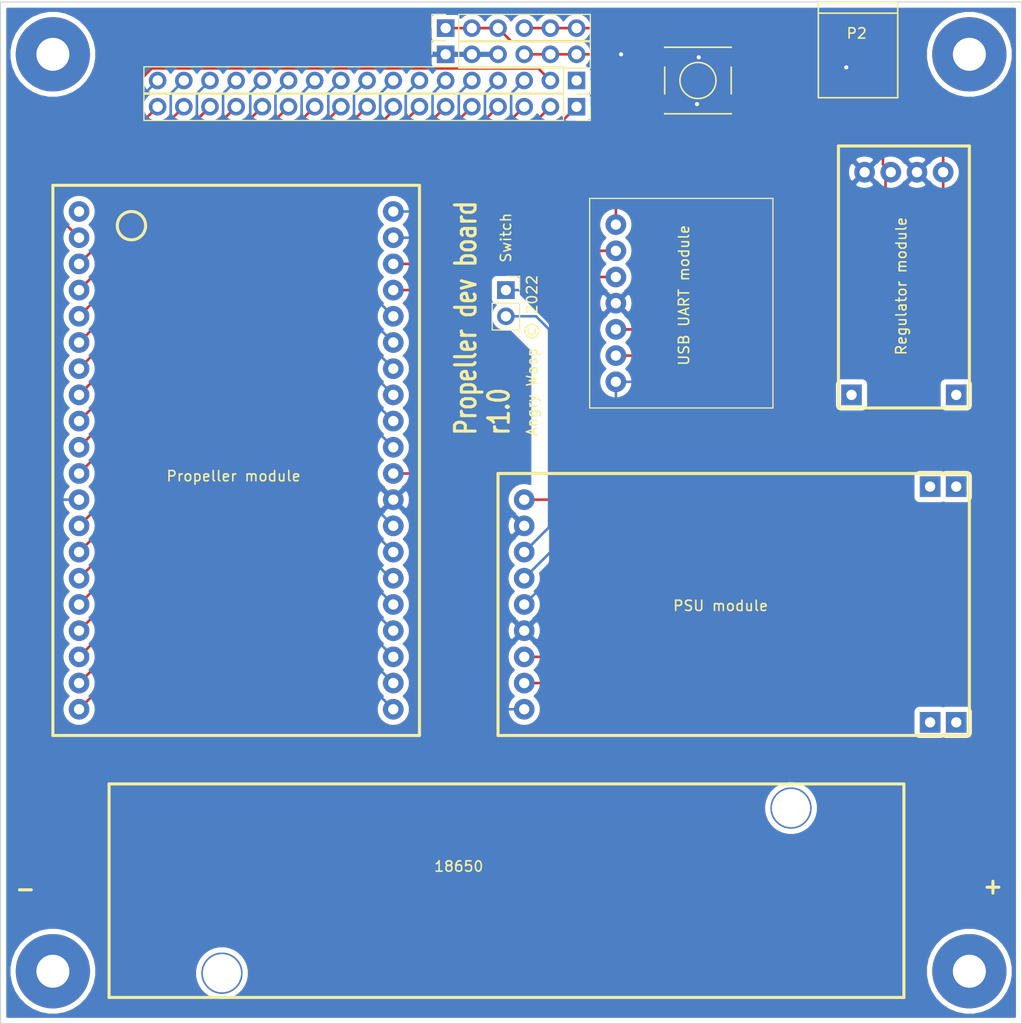
<source format=kicad_pcb>
(kicad_pcb (version 20171130) (host pcbnew "(5.1.12)-1")

  (general
    (thickness 1.6)
    (drawings 6)
    (tracks 285)
    (zones 0)
    (modules 16)
    (nets 52)
  )

  (page A4)
  (layers
    (0 F.Cu signal)
    (31 B.Cu signal)
    (32 B.Adhes user hide)
    (33 F.Adhes user hide)
    (34 B.Paste user hide)
    (35 F.Paste user hide)
    (36 B.SilkS user)
    (37 F.SilkS user)
    (38 B.Mask user)
    (39 F.Mask user)
    (40 Dwgs.User user hide)
    (41 Cmts.User user hide)
    (42 Eco1.User user hide)
    (43 Eco2.User user hide)
    (44 Edge.Cuts user)
    (45 Margin user hide)
    (46 B.CrtYd user)
    (47 F.CrtYd user)
    (48 B.Fab user hide)
    (49 F.Fab user hide)
  )

  (setup
    (last_trace_width 0.25)
    (user_trace_width 0.5)
    (trace_clearance 0.2)
    (zone_clearance 0.508)
    (zone_45_only no)
    (trace_min 0.2)
    (via_size 0.8)
    (via_drill 0.4)
    (via_min_size 0.4)
    (via_min_drill 0.3)
    (user_via 1.2 0.6)
    (uvia_size 0.3)
    (uvia_drill 0.1)
    (uvias_allowed no)
    (uvia_min_size 0.2)
    (uvia_min_drill 0.1)
    (edge_width 0.05)
    (segment_width 0.2)
    (pcb_text_width 0.3)
    (pcb_text_size 1.5 1.5)
    (mod_edge_width 0.12)
    (mod_text_size 1 1)
    (mod_text_width 0.15)
    (pad_size 1.7 1.7)
    (pad_drill 1)
    (pad_to_mask_clearance 0)
    (aux_axis_origin 0 0)
    (visible_elements 7FFFFFFF)
    (pcbplotparams
      (layerselection 0x010fc_ffffffff)
      (usegerberextensions false)
      (usegerberattributes true)
      (usegerberadvancedattributes true)
      (creategerberjobfile true)
      (excludeedgelayer true)
      (linewidth 0.100000)
      (plotframeref false)
      (viasonmask false)
      (mode 1)
      (useauxorigin false)
      (hpglpennumber 1)
      (hpglpenspeed 20)
      (hpglpendiameter 15.000000)
      (psnegative false)
      (psa4output false)
      (plotreference true)
      (plotvalue true)
      (plotinvisibletext false)
      (padsonsilk false)
      (subtractmaskfromsilk false)
      (outputformat 1)
      (mirror false)
      (drillshape 1)
      (scaleselection 1)
      (outputdirectory ""))
  )

  (net 0 "")
  (net 1 "Net-(J1-Pad1)")
  (net 2 "Net-(J1-Pad2)")
  (net 3 "Net-(J1-Pad3)")
  (net 4 "Net-(J1-Pad4)")
  (net 5 "Net-(J1-Pad5)")
  (net 6 "Net-(J1-Pad6)")
  (net 7 "Net-(J1-Pad7)")
  (net 8 "Net-(J1-Pad8)")
  (net 9 "Net-(J1-Pad9)")
  (net 10 "Net-(J1-Pad10)")
  (net 11 "Net-(J1-Pad11)")
  (net 12 "Net-(J1-Pad12)")
  (net 13 "Net-(J1-Pad13)")
  (net 14 "Net-(J1-Pad14)")
  (net 15 "Net-(J1-Pad15)")
  (net 16 "Net-(J1-Pad16)")
  (net 17 "Net-(J1-Pad17)")
  (net 18 "Net-(J2-Pad17)")
  (net 19 "Net-(J2-Pad16)")
  (net 20 "Net-(J2-Pad15)")
  (net 21 "Net-(J2-Pad14)")
  (net 22 "Net-(J2-Pad13)")
  (net 23 "Net-(J2-Pad12)")
  (net 24 "Net-(J2-Pad11)")
  (net 25 "Net-(J2-Pad10)")
  (net 26 "Net-(J2-Pad9)")
  (net 27 "Net-(J2-Pad8)")
  (net 28 "Net-(J2-Pad7)")
  (net 29 "Net-(J2-Pad6)")
  (net 30 "Net-(J2-Pad5)")
  (net 31 "Net-(J2-Pad4)")
  (net 32 "Net-(J2-Pad3)")
  (net 33 "Net-(J2-Pad2)")
  (net 34 "Net-(J2-Pad1)")
  (net 35 +5VA)
  (net 36 +3V3)
  (net 37 +5V)
  (net 38 "Net-(P2-Pad2)")
  (net 39 "Net-(P2-Pad3)")
  (net 40 "Net-(P2-Pad4)")
  (net 41 GND)
  (net 42 "Net-(P2-Pad6)")
  (net 43 "Net-(P4-Pad1)")
  (net 44 "Net-(P4-Pad2)")
  (net 45 RESn)
  (net 46 TX)
  (net 47 RX)
  (net 48 "Net-(U4-Pad1)")
  (net 49 "Net-(U3-Pad9)")
  (net 50 "Net-(BT1-Pad1)")
  (net 51 "Net-(BT1-Pad2)")

  (net_class Default "This is the default net class."
    (clearance 0.2)
    (trace_width 0.25)
    (via_dia 0.8)
    (via_drill 0.4)
    (uvia_dia 0.3)
    (uvia_drill 0.1)
    (add_net +3V3)
    (add_net +5V)
    (add_net +5VA)
    (add_net GND)
    (add_net "Net-(BT1-Pad1)")
    (add_net "Net-(BT1-Pad2)")
    (add_net "Net-(J1-Pad1)")
    (add_net "Net-(J1-Pad10)")
    (add_net "Net-(J1-Pad11)")
    (add_net "Net-(J1-Pad12)")
    (add_net "Net-(J1-Pad13)")
    (add_net "Net-(J1-Pad14)")
    (add_net "Net-(J1-Pad15)")
    (add_net "Net-(J1-Pad16)")
    (add_net "Net-(J1-Pad17)")
    (add_net "Net-(J1-Pad2)")
    (add_net "Net-(J1-Pad3)")
    (add_net "Net-(J1-Pad4)")
    (add_net "Net-(J1-Pad5)")
    (add_net "Net-(J1-Pad6)")
    (add_net "Net-(J1-Pad7)")
    (add_net "Net-(J1-Pad8)")
    (add_net "Net-(J1-Pad9)")
    (add_net "Net-(J2-Pad1)")
    (add_net "Net-(J2-Pad10)")
    (add_net "Net-(J2-Pad11)")
    (add_net "Net-(J2-Pad12)")
    (add_net "Net-(J2-Pad13)")
    (add_net "Net-(J2-Pad14)")
    (add_net "Net-(J2-Pad15)")
    (add_net "Net-(J2-Pad16)")
    (add_net "Net-(J2-Pad17)")
    (add_net "Net-(J2-Pad2)")
    (add_net "Net-(J2-Pad3)")
    (add_net "Net-(J2-Pad4)")
    (add_net "Net-(J2-Pad5)")
    (add_net "Net-(J2-Pad6)")
    (add_net "Net-(J2-Pad7)")
    (add_net "Net-(J2-Pad8)")
    (add_net "Net-(J2-Pad9)")
    (add_net "Net-(P2-Pad2)")
    (add_net "Net-(P2-Pad3)")
    (add_net "Net-(P2-Pad4)")
    (add_net "Net-(P2-Pad6)")
    (add_net "Net-(P4-Pad1)")
    (add_net "Net-(P4-Pad2)")
    (add_net "Net-(U3-Pad9)")
    (add_net "Net-(U4-Pad1)")
    (add_net RESn)
    (add_net RX)
    (add_net TX)
  )

  (module Connector_PinSocket_2.54mm:PinSocket_1x17_P2.54mm_Vertical (layer F.Cu) (tedit 5A19A42B) (tstamp 630A23EC)
    (at 144.78 53.34 270)
    (descr "Through hole straight socket strip, 1x17, 2.54mm pitch, single row (from Kicad 4.0.7), script generated")
    (tags "Through hole socket strip THT 1x17 2.54mm single row")
    (path /6317F6A6)
    (fp_text reference J1 (at 0 -2.77 90) (layer F.SilkS) hide
      (effects (font (size 1 1) (thickness 0.15)))
    )
    (fp_text value Conn_01x17 (at 0 43.41 90) (layer F.Fab)
      (effects (font (size 1 1) (thickness 0.15)))
    )
    (fp_line (start -1.8 42.4) (end -1.8 -1.8) (layer F.CrtYd) (width 0.05))
    (fp_line (start 1.75 42.4) (end -1.8 42.4) (layer F.CrtYd) (width 0.05))
    (fp_line (start 1.75 -1.8) (end 1.75 42.4) (layer F.CrtYd) (width 0.05))
    (fp_line (start -1.8 -1.8) (end 1.75 -1.8) (layer F.CrtYd) (width 0.05))
    (fp_line (start 0 -1.33) (end 1.33 -1.33) (layer F.SilkS) (width 0.12))
    (fp_line (start 1.33 -1.33) (end 1.33 0) (layer F.SilkS) (width 0.12))
    (fp_line (start 1.33 1.27) (end 1.33 41.97) (layer F.SilkS) (width 0.12))
    (fp_line (start -1.33 41.97) (end 1.33 41.97) (layer F.SilkS) (width 0.12))
    (fp_line (start -1.33 1.27) (end -1.33 41.97) (layer F.SilkS) (width 0.12))
    (fp_line (start -1.33 1.27) (end 1.33 1.27) (layer F.SilkS) (width 0.12))
    (fp_line (start -1.27 41.91) (end -1.27 -1.27) (layer F.Fab) (width 0.1))
    (fp_line (start 1.27 41.91) (end -1.27 41.91) (layer F.Fab) (width 0.1))
    (fp_line (start 1.27 -0.635) (end 1.27 41.91) (layer F.Fab) (width 0.1))
    (fp_line (start 0.635 -1.27) (end 1.27 -0.635) (layer F.Fab) (width 0.1))
    (fp_line (start -1.27 -1.27) (end 0.635 -1.27) (layer F.Fab) (width 0.1))
    (fp_text user %R (at 0 20.32) (layer F.Fab)
      (effects (font (size 1 1) (thickness 0.15)))
    )
    (pad 1 thru_hole rect (at 0 0 270) (size 1.7 1.7) (drill 1) (layers *.Cu *.Mask)
      (net 1 "Net-(J1-Pad1)"))
    (pad 2 thru_hole oval (at 0 2.54 270) (size 1.7 1.7) (drill 1) (layers *.Cu *.Mask)
      (net 2 "Net-(J1-Pad2)"))
    (pad 3 thru_hole oval (at 0 5.08 270) (size 1.7 1.7) (drill 1) (layers *.Cu *.Mask)
      (net 3 "Net-(J1-Pad3)"))
    (pad 4 thru_hole oval (at 0 7.62 270) (size 1.7 1.7) (drill 1) (layers *.Cu *.Mask)
      (net 4 "Net-(J1-Pad4)"))
    (pad 5 thru_hole oval (at 0 10.16 270) (size 1.7 1.7) (drill 1) (layers *.Cu *.Mask)
      (net 5 "Net-(J1-Pad5)"))
    (pad 6 thru_hole oval (at 0 12.7 270) (size 1.7 1.7) (drill 1) (layers *.Cu *.Mask)
      (net 6 "Net-(J1-Pad6)"))
    (pad 7 thru_hole oval (at 0 15.24 270) (size 1.7 1.7) (drill 1) (layers *.Cu *.Mask)
      (net 7 "Net-(J1-Pad7)"))
    (pad 8 thru_hole oval (at 0 17.78 270) (size 1.7 1.7) (drill 1) (layers *.Cu *.Mask)
      (net 8 "Net-(J1-Pad8)"))
    (pad 9 thru_hole oval (at 0 20.32 270) (size 1.7 1.7) (drill 1) (layers *.Cu *.Mask)
      (net 9 "Net-(J1-Pad9)"))
    (pad 10 thru_hole oval (at 0 22.86 270) (size 1.7 1.7) (drill 1) (layers *.Cu *.Mask)
      (net 10 "Net-(J1-Pad10)"))
    (pad 11 thru_hole oval (at 0 25.4 270) (size 1.7 1.7) (drill 1) (layers *.Cu *.Mask)
      (net 11 "Net-(J1-Pad11)"))
    (pad 12 thru_hole oval (at 0 27.94 270) (size 1.7 1.7) (drill 1) (layers *.Cu *.Mask)
      (net 12 "Net-(J1-Pad12)"))
    (pad 13 thru_hole oval (at 0 30.48 270) (size 1.7 1.7) (drill 1) (layers *.Cu *.Mask)
      (net 13 "Net-(J1-Pad13)"))
    (pad 14 thru_hole oval (at 0 33.02 270) (size 1.7 1.7) (drill 1) (layers *.Cu *.Mask)
      (net 14 "Net-(J1-Pad14)"))
    (pad 15 thru_hole oval (at 0 35.56 270) (size 1.7 1.7) (drill 1) (layers *.Cu *.Mask)
      (net 15 "Net-(J1-Pad15)"))
    (pad 16 thru_hole oval (at 0 38.1 270) (size 1.7 1.7) (drill 1) (layers *.Cu *.Mask)
      (net 16 "Net-(J1-Pad16)"))
    (pad 17 thru_hole oval (at 0 40.64 270) (size 1.7 1.7) (drill 1) (layers *.Cu *.Mask)
      (net 17 "Net-(J1-Pad17)"))
    (model ${KISYS3DMOD}/Connector_PinSocket_2.54mm.3dshapes/PinSocket_1x17_P2.54mm_Vertical.wrl
      (at (xyz 0 0 0))
      (scale (xyz 1 1 1))
      (rotate (xyz 0 0 0))
    )
  )

  (module Connector_PinSocket_2.54mm:PinSocket_1x17_P2.54mm_Vertical (layer F.Cu) (tedit 5A19A42B) (tstamp 630A2411)
    (at 144.78 50.8 270)
    (descr "Through hole straight socket strip, 1x17, 2.54mm pitch, single row (from Kicad 4.0.7), script generated")
    (tags "Through hole socket strip THT 1x17 2.54mm single row")
    (path /63181DDF)
    (fp_text reference J2 (at 0 -2.77 90) (layer F.SilkS) hide
      (effects (font (size 1 1) (thickness 0.15)))
    )
    (fp_text value Conn_01x17 (at 0 43.41 90) (layer F.Fab)
      (effects (font (size 1 1) (thickness 0.15)))
    )
    (fp_line (start -1.27 -1.27) (end 0.635 -1.27) (layer F.Fab) (width 0.1))
    (fp_line (start 0.635 -1.27) (end 1.27 -0.635) (layer F.Fab) (width 0.1))
    (fp_line (start 1.27 -0.635) (end 1.27 41.91) (layer F.Fab) (width 0.1))
    (fp_line (start 1.27 41.91) (end -1.27 41.91) (layer F.Fab) (width 0.1))
    (fp_line (start -1.27 41.91) (end -1.27 -1.27) (layer F.Fab) (width 0.1))
    (fp_line (start -1.33 1.27) (end 1.33 1.27) (layer F.SilkS) (width 0.12))
    (fp_line (start -1.33 1.27) (end -1.33 41.97) (layer F.SilkS) (width 0.12))
    (fp_line (start -1.33 41.97) (end 1.33 41.97) (layer F.SilkS) (width 0.12))
    (fp_line (start 1.33 1.27) (end 1.33 41.97) (layer F.SilkS) (width 0.12))
    (fp_line (start 1.33 -1.33) (end 1.33 0) (layer F.SilkS) (width 0.12))
    (fp_line (start 0 -1.33) (end 1.33 -1.33) (layer F.SilkS) (width 0.12))
    (fp_line (start -1.8 -1.8) (end 1.75 -1.8) (layer F.CrtYd) (width 0.05))
    (fp_line (start 1.75 -1.8) (end 1.75 42.4) (layer F.CrtYd) (width 0.05))
    (fp_line (start 1.75 42.4) (end -1.8 42.4) (layer F.CrtYd) (width 0.05))
    (fp_line (start -1.8 42.4) (end -1.8 -1.8) (layer F.CrtYd) (width 0.05))
    (fp_text user %R (at 0 20.32) (layer F.Fab)
      (effects (font (size 1 1) (thickness 0.15)))
    )
    (pad 17 thru_hole oval (at 0 40.64 270) (size 1.7 1.7) (drill 1) (layers *.Cu *.Mask)
      (net 18 "Net-(J2-Pad17)"))
    (pad 16 thru_hole oval (at 0 38.1 270) (size 1.7 1.7) (drill 1) (layers *.Cu *.Mask)
      (net 19 "Net-(J2-Pad16)"))
    (pad 15 thru_hole oval (at 0 35.56 270) (size 1.7 1.7) (drill 1) (layers *.Cu *.Mask)
      (net 20 "Net-(J2-Pad15)"))
    (pad 14 thru_hole oval (at 0 33.02 270) (size 1.7 1.7) (drill 1) (layers *.Cu *.Mask)
      (net 21 "Net-(J2-Pad14)"))
    (pad 13 thru_hole oval (at 0 30.48 270) (size 1.7 1.7) (drill 1) (layers *.Cu *.Mask)
      (net 22 "Net-(J2-Pad13)"))
    (pad 12 thru_hole oval (at 0 27.94 270) (size 1.7 1.7) (drill 1) (layers *.Cu *.Mask)
      (net 23 "Net-(J2-Pad12)"))
    (pad 11 thru_hole oval (at 0 25.4 270) (size 1.7 1.7) (drill 1) (layers *.Cu *.Mask)
      (net 24 "Net-(J2-Pad11)"))
    (pad 10 thru_hole oval (at 0 22.86 270) (size 1.7 1.7) (drill 1) (layers *.Cu *.Mask)
      (net 25 "Net-(J2-Pad10)"))
    (pad 9 thru_hole oval (at 0 20.32 270) (size 1.7 1.7) (drill 1) (layers *.Cu *.Mask)
      (net 26 "Net-(J2-Pad9)"))
    (pad 8 thru_hole oval (at 0 17.78 270) (size 1.7 1.7) (drill 1) (layers *.Cu *.Mask)
      (net 27 "Net-(J2-Pad8)"))
    (pad 7 thru_hole oval (at 0 15.24 270) (size 1.7 1.7) (drill 1) (layers *.Cu *.Mask)
      (net 28 "Net-(J2-Pad7)"))
    (pad 6 thru_hole oval (at 0 12.7 270) (size 1.7 1.7) (drill 1) (layers *.Cu *.Mask)
      (net 29 "Net-(J2-Pad6)"))
    (pad 5 thru_hole oval (at 0 10.16 270) (size 1.7 1.7) (drill 1) (layers *.Cu *.Mask)
      (net 30 "Net-(J2-Pad5)"))
    (pad 4 thru_hole oval (at 0 7.62 270) (size 1.7 1.7) (drill 1) (layers *.Cu *.Mask)
      (net 31 "Net-(J2-Pad4)"))
    (pad 3 thru_hole oval (at 0 5.08 270) (size 1.7 1.7) (drill 1) (layers *.Cu *.Mask)
      (net 32 "Net-(J2-Pad3)"))
    (pad 2 thru_hole oval (at 0 2.54 270) (size 1.7 1.7) (drill 1) (layers *.Cu *.Mask)
      (net 33 "Net-(J2-Pad2)"))
    (pad 1 thru_hole rect (at 0 0 270) (size 1.7 1.7) (drill 1) (layers *.Cu *.Mask)
      (net 34 "Net-(J2-Pad1)"))
    (model ${KISYS3DMOD}/Connector_PinSocket_2.54mm.3dshapes/PinSocket_1x17_P2.54mm_Vertical.wrl
      (at (xyz 0 0 0))
      (scale (xyz 1 1 1))
      (rotate (xyz 0 0 0))
    )
  )

  (module General:MountingHole-3mm (layer F.Cu) (tedit 57EB0278) (tstamp 630A2416)
    (at 182.88 48.26)
    (path /630B3BD0)
    (fp_text reference M1 (at 0 4.99618) (layer F.SilkS) hide
      (effects (font (size 1 1) (thickness 0.15)))
    )
    (fp_text value MountingHole (at 2.54 -7.62) (layer F.Fab)
      (effects (font (size 1 1) (thickness 0.15)))
    )
    (pad 1 thru_hole circle (at 0 0) (size 7.2 7.2) (drill 3.2) (layers *.Cu *.Mask))
  )

  (module General:MountingHole-3mm (layer F.Cu) (tedit 57EB0278) (tstamp 630A241B)
    (at 182.88 137.16)
    (path /630B55B1)
    (fp_text reference M2 (at 0 4.99618) (layer F.SilkS) hide
      (effects (font (size 1 1) (thickness 0.15)))
    )
    (fp_text value MountingHole (at -0.05588 -4.5593) (layer F.Fab)
      (effects (font (size 1 1) (thickness 0.15)))
    )
    (pad 1 thru_hole circle (at 0 0) (size 7.2 7.2) (drill 3.2) (layers *.Cu *.Mask))
  )

  (module General:MountingHole-3mm (layer F.Cu) (tedit 57EB0278) (tstamp 630A2420)
    (at 93.98 48.26)
    (path /630B41C2)
    (fp_text reference M3 (at 0 4.99618) (layer F.SilkS) hide
      (effects (font (size 1 1) (thickness 0.15)))
    )
    (fp_text value MountingHole (at -0.05588 -4.5593) (layer F.Fab)
      (effects (font (size 1 1) (thickness 0.15)))
    )
    (pad 1 thru_hole circle (at 0 0) (size 7.2 7.2) (drill 3.2) (layers *.Cu *.Mask))
  )

  (module General:MountingHole-3mm (layer F.Cu) (tedit 57EB0278) (tstamp 630A2425)
    (at 93.98 137.16)
    (path /630B4E19)
    (fp_text reference M4 (at 0 4.99618) (layer F.SilkS) hide
      (effects (font (size 1 1) (thickness 0.15)))
    )
    (fp_text value MountingHole (at -0.05588 -4.5593) (layer F.Fab)
      (effects (font (size 1 1) (thickness 0.15)))
    )
    (pad 1 thru_hole circle (at 0 0) (size 7.2 7.2) (drill 3.2) (layers *.Cu *.Mask))
  )

  (module Connector_PinSocket_2.54mm:PinSocket_1x06_P2.54mm_Vertical (layer F.Cu) (tedit 5A19A430) (tstamp 630A243F)
    (at 132.08 45.72 90)
    (descr "Through hole straight socket strip, 1x06, 2.54mm pitch, single row (from Kicad 4.0.7), script generated")
    (tags "Through hole socket strip THT 1x06 2.54mm single row")
    (path /63186AEB)
    (fp_text reference P1 (at 0 -2.77 90) (layer F.SilkS) hide
      (effects (font (size 1 1) (thickness 0.15)))
    )
    (fp_text value CONN_01X06 (at 0 15.47 90) (layer F.Fab)
      (effects (font (size 1 1) (thickness 0.15)))
    )
    (fp_line (start -1.27 -1.27) (end 0.635 -1.27) (layer F.Fab) (width 0.1))
    (fp_line (start 0.635 -1.27) (end 1.27 -0.635) (layer F.Fab) (width 0.1))
    (fp_line (start 1.27 -0.635) (end 1.27 13.97) (layer F.Fab) (width 0.1))
    (fp_line (start 1.27 13.97) (end -1.27 13.97) (layer F.Fab) (width 0.1))
    (fp_line (start -1.27 13.97) (end -1.27 -1.27) (layer F.Fab) (width 0.1))
    (fp_line (start -1.33 1.27) (end 1.33 1.27) (layer F.SilkS) (width 0.12))
    (fp_line (start -1.33 1.27) (end -1.33 14.03) (layer F.SilkS) (width 0.12))
    (fp_line (start -1.33 14.03) (end 1.33 14.03) (layer F.SilkS) (width 0.12))
    (fp_line (start 1.33 1.27) (end 1.33 14.03) (layer F.SilkS) (width 0.12))
    (fp_line (start 1.33 -1.33) (end 1.33 0) (layer F.SilkS) (width 0.12))
    (fp_line (start 0 -1.33) (end 1.33 -1.33) (layer F.SilkS) (width 0.12))
    (fp_line (start -1.8 -1.8) (end 1.75 -1.8) (layer F.CrtYd) (width 0.05))
    (fp_line (start 1.75 -1.8) (end 1.75 14.45) (layer F.CrtYd) (width 0.05))
    (fp_line (start 1.75 14.45) (end -1.8 14.45) (layer F.CrtYd) (width 0.05))
    (fp_line (start -1.8 14.45) (end -1.8 -1.8) (layer F.CrtYd) (width 0.05))
    (fp_text user %R (at 0 6.35) (layer F.Fab)
      (effects (font (size 1 1) (thickness 0.15)))
    )
    (pad 6 thru_hole oval (at 0 12.7 90) (size 1.7 1.7) (drill 1) (layers *.Cu *.Mask)
      (net 35 +5VA))
    (pad 5 thru_hole oval (at 0 10.16 90) (size 1.7 1.7) (drill 1) (layers *.Cu *.Mask)
      (net 35 +5VA))
    (pad 4 thru_hole oval (at 0 7.62 90) (size 1.7 1.7) (drill 1) (layers *.Cu *.Mask)
      (net 35 +5VA))
    (pad 3 thru_hole oval (at 0 5.08 90) (size 1.7 1.7) (drill 1) (layers *.Cu *.Mask)
      (net 36 +3V3))
    (pad 2 thru_hole oval (at 0 2.54 90) (size 1.7 1.7) (drill 1) (layers *.Cu *.Mask)
      (net 36 +3V3))
    (pad 1 thru_hole rect (at 0 0 90) (size 1.7 1.7) (drill 1) (layers *.Cu *.Mask)
      (net 36 +3V3))
    (model ${KISYS3DMOD}/Connector_PinSocket_2.54mm.3dshapes/PinSocket_1x06_P2.54mm_Vertical.wrl
      (at (xyz 0 0 0))
      (scale (xyz 1 1 1))
      (rotate (xyz 0 0 0))
    )
  )

  (module General:USB_Mini-B (layer F.Cu) (tedit 6190BFFD) (tstamp 630A2455)
    (at 172.07992 47.86884 270)
    (descr "USB Mini-B 5-pin SMD connector")
    (tags "USB USB_B USB_Mini connector")
    (path /630AE47C)
    (attr smd)
    (fp_text reference P2 (at -1.64084 0.127) (layer F.SilkS)
      (effects (font (size 1 1) (thickness 0.15)))
    )
    (fp_text value USB_OTG (at 0 -7.0993 270) (layer F.Fab)
      (effects (font (size 1 1) (thickness 0.15)))
    )
    (fp_line (start -4.85 -5.7) (end 4.85 -5.7) (layer F.CrtYd) (width 0.05))
    (fp_line (start 4.85 -5.7) (end 4.85 5.7) (layer F.CrtYd) (width 0.05))
    (fp_line (start 4.85 5.7) (end -4.85 5.7) (layer F.CrtYd) (width 0.05))
    (fp_line (start -4.85 5.7) (end -4.85 -5.7) (layer F.CrtYd) (width 0.05))
    (fp_line (start -3.59918 -3.85064) (end -3.59918 3.85064) (layer F.SilkS) (width 0.15))
    (fp_line (start -4.59994 -3.85064) (end -4.59994 3.85064) (layer F.SilkS) (width 0.15))
    (fp_line (start -4.59994 3.85064) (end 4.59994 3.85064) (layer F.SilkS) (width 0.15))
    (fp_line (start 4.59994 3.85064) (end 4.59994 -3.85064) (layer F.SilkS) (width 0.15))
    (fp_line (start 4.59994 -3.85064) (end -4.59994 -3.85064) (layer F.SilkS) (width 0.15))
    (pad 1 smd rect (at 3.94932 -1.6002 270) (size 2.30124 0.50038) (layers F.Cu F.Paste F.Mask)
      (net 37 +5V))
    (pad 2 smd rect (at 3.94932 -0.8001 270) (size 2.30124 0.50038) (layers F.Cu F.Paste F.Mask)
      (net 38 "Net-(P2-Pad2)"))
    (pad 3 smd rect (at 3.94932 0 270) (size 2.30124 0.50038) (layers F.Cu F.Paste F.Mask)
      (net 39 "Net-(P2-Pad3)"))
    (pad 4 smd rect (at 3.94932 0.8001 270) (size 2.30124 0.50038) (layers F.Cu F.Paste F.Mask)
      (net 40 "Net-(P2-Pad4)"))
    (pad 5 smd rect (at 3.94932 1.6002 270) (size 2.30124 0.50038) (layers F.Cu F.Paste F.Mask)
      (net 41 GND))
    (pad 6 smd rect (at 3.35026 -4.45008 270) (size 2.49936 1.99898) (layers F.Cu F.Paste F.Mask)
      (net 42 "Net-(P2-Pad6)"))
    (pad 6 smd rect (at -2.14884 -4.45008 270) (size 2.49936 1.99898) (layers F.Cu F.Paste F.Mask)
      (net 42 "Net-(P2-Pad6)"))
    (pad 6 smd rect (at 3.35026 4.45008 270) (size 2.49936 1.99898) (layers F.Cu F.Paste F.Mask)
      (net 42 "Net-(P2-Pad6)"))
    (pad 6 smd rect (at -2.14884 4.45008 270) (size 2.49936 1.99898) (layers F.Cu F.Paste F.Mask)
      (net 42 "Net-(P2-Pad6)"))
    (model ${KISYS3DMOD}/Connector_USB.3dshapes/USB_Mini-B_Lumberg_2486_01_Horizontal.wrl
      (offset (xyz 0.75 0 0))
      (scale (xyz 1 1 1))
      (rotate (xyz 0 0 90))
    )
  )

  (module Connector_PinSocket_2.54mm:PinSocket_1x06_P2.54mm_Vertical (layer F.Cu) (tedit 5A19A430) (tstamp 630A246F)
    (at 132.08 48.26 90)
    (descr "Through hole straight socket strip, 1x06, 2.54mm pitch, single row (from Kicad 4.0.7), script generated")
    (tags "Through hole socket strip THT 1x06 2.54mm single row")
    (path /6318493B)
    (fp_text reference P3 (at 0 -2.77 90) (layer F.SilkS) hide
      (effects (font (size 1 1) (thickness 0.15)))
    )
    (fp_text value CONN_01X06 (at 0 15.47 90) (layer F.Fab)
      (effects (font (size 1 1) (thickness 0.15)))
    )
    (fp_line (start -1.8 14.45) (end -1.8 -1.8) (layer F.CrtYd) (width 0.05))
    (fp_line (start 1.75 14.45) (end -1.8 14.45) (layer F.CrtYd) (width 0.05))
    (fp_line (start 1.75 -1.8) (end 1.75 14.45) (layer F.CrtYd) (width 0.05))
    (fp_line (start -1.8 -1.8) (end 1.75 -1.8) (layer F.CrtYd) (width 0.05))
    (fp_line (start 0 -1.33) (end 1.33 -1.33) (layer F.SilkS) (width 0.12))
    (fp_line (start 1.33 -1.33) (end 1.33 0) (layer F.SilkS) (width 0.12))
    (fp_line (start 1.33 1.27) (end 1.33 14.03) (layer F.SilkS) (width 0.12))
    (fp_line (start -1.33 14.03) (end 1.33 14.03) (layer F.SilkS) (width 0.12))
    (fp_line (start -1.33 1.27) (end -1.33 14.03) (layer F.SilkS) (width 0.12))
    (fp_line (start -1.33 1.27) (end 1.33 1.27) (layer F.SilkS) (width 0.12))
    (fp_line (start -1.27 13.97) (end -1.27 -1.27) (layer F.Fab) (width 0.1))
    (fp_line (start 1.27 13.97) (end -1.27 13.97) (layer F.Fab) (width 0.1))
    (fp_line (start 1.27 -0.635) (end 1.27 13.97) (layer F.Fab) (width 0.1))
    (fp_line (start 0.635 -1.27) (end 1.27 -0.635) (layer F.Fab) (width 0.1))
    (fp_line (start -1.27 -1.27) (end 0.635 -1.27) (layer F.Fab) (width 0.1))
    (fp_text user %R (at 0 6.35) (layer F.Fab)
      (effects (font (size 1 1) (thickness 0.15)))
    )
    (pad 1 thru_hole rect (at 0 0 90) (size 1.7 1.7) (drill 1) (layers *.Cu *.Mask)
      (net 41 GND))
    (pad 2 thru_hole oval (at 0 2.54 90) (size 1.7 1.7) (drill 1) (layers *.Cu *.Mask)
      (net 41 GND))
    (pad 3 thru_hole oval (at 0 5.08 90) (size 1.7 1.7) (drill 1) (layers *.Cu *.Mask)
      (net 41 GND))
    (pad 4 thru_hole oval (at 0 7.62 90) (size 1.7 1.7) (drill 1) (layers *.Cu *.Mask)
      (net 37 +5V))
    (pad 5 thru_hole oval (at 0 10.16 90) (size 1.7 1.7) (drill 1) (layers *.Cu *.Mask)
      (net 37 +5V))
    (pad 6 thru_hole oval (at 0 12.7 90) (size 1.7 1.7) (drill 1) (layers *.Cu *.Mask)
      (net 37 +5V))
    (model ${KISYS3DMOD}/Connector_PinSocket_2.54mm.3dshapes/PinSocket_1x06_P2.54mm_Vertical.wrl
      (at (xyz 0 0 0))
      (scale (xyz 1 1 1))
      (rotate (xyz 0 0 0))
    )
  )

  (module Connector_PinSocket_2.54mm:PinSocket_1x02_P2.54mm_Vertical (layer F.Cu) (tedit 5A19A420) (tstamp 630A2485)
    (at 137.922 71.12)
    (descr "Through hole straight socket strip, 1x02, 2.54mm pitch, single row (from Kicad 4.0.7), script generated")
    (tags "Through hole socket strip THT 1x02 2.54mm single row")
    (path /630C7697)
    (fp_text reference Switch (at 0 -5.08 90) (layer F.SilkS)
      (effects (font (size 1 1) (thickness 0.15)))
    )
    (fp_text value CONN_01X02 (at 0 5.31) (layer F.Fab)
      (effects (font (size 1 1) (thickness 0.15)))
    )
    (fp_line (start -1.8 4.3) (end -1.8 -1.8) (layer F.CrtYd) (width 0.05))
    (fp_line (start 1.75 4.3) (end -1.8 4.3) (layer F.CrtYd) (width 0.05))
    (fp_line (start 1.75 -1.8) (end 1.75 4.3) (layer F.CrtYd) (width 0.05))
    (fp_line (start -1.8 -1.8) (end 1.75 -1.8) (layer F.CrtYd) (width 0.05))
    (fp_line (start 0 -1.33) (end 1.33 -1.33) (layer F.SilkS) (width 0.12))
    (fp_line (start 1.33 -1.33) (end 1.33 0) (layer F.SilkS) (width 0.12))
    (fp_line (start 1.33 1.27) (end 1.33 3.87) (layer F.SilkS) (width 0.12))
    (fp_line (start -1.33 3.87) (end 1.33 3.87) (layer F.SilkS) (width 0.12))
    (fp_line (start -1.33 1.27) (end -1.33 3.87) (layer F.SilkS) (width 0.12))
    (fp_line (start -1.33 1.27) (end 1.33 1.27) (layer F.SilkS) (width 0.12))
    (fp_line (start -1.27 3.81) (end -1.27 -1.27) (layer F.Fab) (width 0.1))
    (fp_line (start 1.27 3.81) (end -1.27 3.81) (layer F.Fab) (width 0.1))
    (fp_line (start 1.27 -0.635) (end 1.27 3.81) (layer F.Fab) (width 0.1))
    (fp_line (start 0.635 -1.27) (end 1.27 -0.635) (layer F.Fab) (width 0.1))
    (fp_line (start -1.27 -1.27) (end 0.635 -1.27) (layer F.Fab) (width 0.1))
    (fp_text user %R (at 0 1.27 90) (layer F.Fab)
      (effects (font (size 1 1) (thickness 0.15)))
    )
    (pad 1 thru_hole rect (at 0 0) (size 1.7 1.7) (drill 1) (layers *.Cu *.Mask)
      (net 43 "Net-(P4-Pad1)"))
    (pad 2 thru_hole oval (at 0 2.54) (size 1.7 1.7) (drill 1) (layers *.Cu *.Mask)
      (net 44 "Net-(P4-Pad2)"))
    (model ${KISYS3DMOD}/Connector_PinSocket_2.54mm.3dshapes/PinSocket_1x02_P2.54mm_Vertical.wrl
      (at (xyz 0 0 0))
      (scale (xyz 1 1 1))
      (rotate (xyz 0 0 0))
    )
  )

  (module General:SW_SPST (layer F.Cu) (tedit 585118DC) (tstamp 630A24C7)
    (at 156.553 50.8)
    (descr "C&K Components SPST SMD PTS645 Series 6mm Tact Switch")
    (tags "SPST Button Switch")
    (path /630AEFFA)
    (attr smd)
    (fp_text reference SW1 (at 0 -4.05) (layer F.SilkS) hide
      (effects (font (size 1 1) (thickness 0.15)))
    )
    (fp_text value SW_PUSH (at 0 4.15) (layer F.Fab)
      (effects (font (size 1 1) (thickness 0.15)))
    )
    (fp_line (start -3.225 3.225) (end 3.225 3.225) (layer F.SilkS) (width 0.15))
    (fp_line (start -3.225 -1.3) (end -3.225 1.3) (layer F.SilkS) (width 0.15))
    (fp_line (start -3.225 -3.225) (end 3.225 -3.225) (layer F.SilkS) (width 0.15))
    (fp_line (start 3.225 -1.3) (end 3.225 1.3) (layer F.SilkS) (width 0.15))
    (fp_line (start -3.225 -3.2) (end -3.225 -3.225) (layer F.SilkS) (width 0.15))
    (fp_line (start -3.225 3.225) (end -3.225 3.2) (layer F.SilkS) (width 0.15))
    (fp_line (start 3.225 3.225) (end 3.225 3.2) (layer F.SilkS) (width 0.15))
    (fp_line (start 3.225 -3.225) (end 3.225 -3.2) (layer F.SilkS) (width 0.15))
    (fp_line (start -5.05 -3.4) (end 5.05 -3.4) (layer F.CrtYd) (width 0.05))
    (fp_line (start -5.05 3.4) (end 5.05 3.4) (layer F.CrtYd) (width 0.05))
    (fp_line (start -5.05 -3.4) (end -5.05 3.4) (layer F.CrtYd) (width 0.05))
    (fp_line (start 5.05 3.4) (end 5.05 -3.4) (layer F.CrtYd) (width 0.05))
    (fp_circle (center 0 0) (end 1.75 -0.05) (layer F.SilkS) (width 0.15))
    (pad 2 smd rect (at -3.975 2.25) (size 1.55 1.3) (layers F.Cu F.Paste F.Mask)
      (net 41 GND))
    (pad 1 smd rect (at -3.975 -2.25) (size 1.55 1.3) (layers F.Cu F.Paste F.Mask)
      (net 45 RESn))
    (pad 1 smd rect (at 3.975 -2.25) (size 1.55 1.3) (layers F.Cu F.Paste F.Mask)
      (net 45 RESn))
    (pad 2 smd rect (at 3.975 2.25) (size 1.55 1.3) (layers F.Cu F.Paste F.Mask)
      (net 41 GND))
    (model Buttons_Switches_SMD.3dshapes/SW_SPST_PTS645.wrl
      (at (xyz 0 0 0))
      (scale (xyz 1 1 1))
      (rotate (xyz 0 0 0))
    )
  )

  (module General:Regulator (layer F.Cu) (tedit 6308B79A) (tstamp 630A24D9)
    (at 175.26 64.77 270)
    (path /630B1830)
    (fp_text reference "Regulator module" (at 5.969 -1.016 90) (layer F.SilkS)
      (effects (font (size 1 1) (thickness 0.15)))
    )
    (fp_text value Regulator (at 0 -0.5 90) (layer F.Fab)
      (effects (font (size 1 1) (thickness 0.15)))
    )
    (fp_line (start -7.62 -7.62) (end -7.62 5.08) (layer F.SilkS) (width 0.3))
    (fp_line (start -7.62 5.08) (end 17.78 5.08) (layer F.SilkS) (width 0.3))
    (fp_line (start 17.78 5.08) (end 17.78 -7.62) (layer F.SilkS) (width 0.3))
    (fp_line (start 17.78 -7.62) (end -7.62 -7.62) (layer F.SilkS) (width 0.3))
    (fp_line (start 20.32 -10.16) (end 20.32 7.62) (layer F.CrtYd) (width 0.12))
    (fp_line (start 20.32 7.62) (end -10.16 7.62) (layer F.CrtYd) (width 0.12))
    (fp_line (start -10.16 7.62) (end -10.16 -10.16) (layer F.CrtYd) (width 0.12))
    (fp_line (start -10.16 -10.16) (end 20.32 -10.16) (layer F.CrtYd) (width 0.12))
    (pad 1 thru_hole circle (at -5.08 -5.08 270) (size 2 2) (drill 1) (layers *.Cu *.Mask)
      (net 35 +5VA))
    (pad 2 thru_hole circle (at -5.08 -2.54 270) (size 2 2) (drill 1) (layers *.Cu *.Mask)
      (net 41 GND))
    (pad 3 thru_hole circle (at -5.08 0 270) (size 2 2) (drill 1) (layers *.Cu *.Mask)
      (net 36 +3V3))
    (pad 4 thru_hole circle (at -5.08 2.54 270) (size 2 2) (drill 1) (layers *.Cu *.Mask)
      (net 41 GND))
    (pad 5 thru_hole rect (at 16.51 -6.35 270) (size 2 2) (drill 1) (layers *.Cu *.Mask))
    (pad 6 thru_hole rect (at 16.51 3.81 270) (size 2 2) (drill 1) (layers *.Cu *.Mask))
  )

  (module General:USBUart (layer F.Cu) (tedit 6308C692) (tstamp 630A24EC)
    (at 156.21 72.39)
    (path /630B2D1B)
    (fp_text reference "USB UART module" (at -1.016 -0.762 90) (layer F.SilkS)
      (effects (font (size 1 1) (thickness 0.15)))
    )
    (fp_text value USBUart (at 0 -2.54 180) (layer F.Fab)
      (effects (font (size 1 1) (thickness 0.15)))
    )
    (fp_line (start 10.16 12.7) (end -12.7 12.7) (layer F.CrtYd) (width 0.12))
    (fp_line (start 10.16 -12.7) (end 10.16 12.7) (layer F.CrtYd) (width 0.12))
    (fp_line (start -12.7 -12.7) (end 10.16 -12.7) (layer F.CrtYd) (width 0.12))
    (fp_line (start -12.7 12.7) (end -12.7 -12.7) (layer F.CrtYd) (width 0.12))
    (fp_line (start 7.62 10.16) (end -10.16 10.16) (layer F.SilkS) (width 0.12))
    (fp_line (start 7.62 -10.16) (end 7.62 10.16) (layer F.SilkS) (width 0.12))
    (fp_line (start -10.16 -10.16) (end 7.62 -10.16) (layer F.SilkS) (width 0.12))
    (fp_line (start -10.16 10.16) (end -10.16 -10.16) (layer F.SilkS) (width 0.12))
    (pad 1 thru_hole circle (at -7.62 7.62 90) (size 2 2) (drill 1) (layers *.Cu *.Mask)
      (net 37 +5V))
    (pad 2 thru_hole circle (at -7.62 5.08 90) (size 2 2) (drill 1) (layers *.Cu *.Mask)
      (net 38 "Net-(P2-Pad2)"))
    (pad 3 thru_hole circle (at -7.62 2.54 90) (size 2 2) (drill 1) (layers *.Cu *.Mask)
      (net 39 "Net-(P2-Pad3)"))
    (pad 4 thru_hole circle (at -7.62 0 90) (size 2 2) (drill 1) (layers *.Cu *.Mask)
      (net 41 GND))
    (pad 5 thru_hole circle (at -7.62 -2.54 90) (size 2 2) (drill 1) (layers *.Cu *.Mask)
      (net 46 TX))
    (pad 6 thru_hole circle (at -7.62 -5.08 90) (size 2 2) (drill 1) (layers *.Cu *.Mask)
      (net 47 RX))
    (pad 7 thru_hole circle (at -7.62 -7.62 90) (size 2 2) (drill 1) (layers *.Cu *.Mask)
      (net 45 RESn))
  )

  (module General:PSU (layer F.Cu) (tedit 6308B814) (tstamp 630A2505)
    (at 139.7 101.6)
    (path /630B22F8)
    (fp_text reference "PSU module" (at 19.05 0.127) (layer F.SilkS)
      (effects (font (size 1 1) (thickness 0.15)))
    )
    (fp_text value PSU (at 25.908 -1.27) (layer F.Fab)
      (effects (font (size 1 1) (thickness 0.15)))
    )
    (fp_line (start -2.54 -12.7) (end 43.18 -12.7) (layer F.SilkS) (width 0.3))
    (fp_line (start -2.54 12.7) (end 43.18 12.7) (layer F.SilkS) (width 0.3))
    (fp_line (start 43.18 -12.7) (end 43.18 12.7) (layer F.SilkS) (width 0.3))
    (fp_line (start -2.54 -12.7) (end -2.54 12.7) (layer F.SilkS) (width 0.3))
    (fp_line (start 45.72 -15.24) (end 45.72 15.24) (layer F.CrtYd) (width 0.12))
    (fp_line (start 45.72 15.24) (end -5.08 15.24) (layer F.CrtYd) (width 0.12))
    (fp_line (start -5.08 15.24) (end -5.08 -15.24) (layer F.CrtYd) (width 0.12))
    (fp_line (start -5.08 -15.24) (end 45.72 -15.24) (layer F.CrtYd) (width 0.12))
    (pad 1 thru_hole circle (at 0 -10.16) (size 2 2) (drill 1) (layers *.Cu *.Mask)
      (net 35 +5VA))
    (pad 2 thru_hole circle (at 0 -7.62) (size 2 2) (drill 1) (layers *.Cu *.Mask)
      (net 41 GND))
    (pad 3 thru_hole circle (at 0 -5.08) (size 2 2) (drill 1) (layers *.Cu *.Mask)
      (net 44 "Net-(P4-Pad2)"))
    (pad 4 thru_hole circle (at 0 -2.54) (size 2 2) (drill 1) (layers *.Cu *.Mask)
      (net 43 "Net-(P4-Pad1)"))
    (pad 5 thru_hole circle (at 0 0) (size 2 2) (drill 1) (layers *.Cu *.Mask)
      (net 37 +5V))
    (pad 6 thru_hole circle (at 0 2.54) (size 2 2) (drill 1) (layers *.Cu *.Mask)
      (net 41 GND))
    (pad 7 thru_hole circle (at 0 5.08) (size 2 2) (drill 1) (layers *.Cu *.Mask)
      (net 50 "Net-(BT1-Pad1)"))
    (pad 8 thru_hole circle (at 0 7.62) (size 2 2) (drill 1) (layers *.Cu *.Mask)
      (net 51 "Net-(BT1-Pad2)"))
    (pad 9 thru_hole circle (at 0 10.16) (size 2 2) (drill 1) (layers *.Cu *.Mask)
      (net 49 "Net-(U3-Pad9)"))
    (pad "" thru_hole rect (at 41.91 -11.43) (size 2 2) (drill 1) (layers *.Cu *.Mask))
    (pad "" thru_hole rect (at 39.37 -11.43) (size 2 2) (drill 1) (layers *.Cu *.Mask))
    (pad "" thru_hole rect (at 39.37 11.43) (size 2 2) (drill 1) (layers *.Cu *.Mask))
    (pad "" thru_hole rect (at 41.91 11.43) (size 2 2) (drill 1) (layers *.Cu *.Mask))
  )

  (module General:Prop (layer F.Cu) (tedit 63089445) (tstamp 630A253A)
    (at 111.76 88.9)
    (path /630AFBA9)
    (fp_text reference "Propeller module" (at -0.254 0.254) (layer F.SilkS)
      (effects (font (size 1 1) (thickness 0.15)))
    )
    (fp_text value Prop (at -0.508 -1.397) (layer F.Fab)
      (effects (font (size 1 1) (thickness 0.15)))
    )
    (fp_line (start 17.78 25.4) (end 17.78 -27.94) (layer F.SilkS) (width 0.3))
    (fp_line (start -17.78 -27.94) (end -17.78 25.4) (layer F.SilkS) (width 0.3))
    (fp_line (start -17.78 -27.94) (end 17.78 -27.94) (layer F.SilkS) (width 0.3))
    (fp_line (start -17.78 25.4) (end 17.78 25.4) (layer F.SilkS) (width 0.3))
    (fp_circle (center -10.16 -24.026285) (end -9.017 -23.264285) (layer F.SilkS) (width 0.3))
    (fp_line (start -20.32 -30.48) (end -20.32 27.94) (layer F.CrtYd) (width 0.12))
    (fp_line (start -20.32 27.94) (end 20.32 27.94) (layer F.CrtYd) (width 0.12))
    (fp_line (start 20.32 27.94) (end 20.32 -30.48) (layer F.CrtYd) (width 0.12))
    (fp_line (start 20.32 -30.48) (end -20.32 -30.48) (layer F.CrtYd) (width 0.12))
    (pad 1 thru_hole circle (at -15.24 -25.4 90) (size 2 2) (drill 1) (layers *.Cu *.Mask)
      (net 48 "Net-(U4-Pad1)"))
    (pad 2 thru_hole circle (at -15.24 -22.86 90) (size 2 2) (drill 1) (layers *.Cu *.Mask)
      (net 33 "Net-(J2-Pad2)"))
    (pad 3 thru_hole circle (at -15.24 -20.32 90) (size 2 2) (drill 1) (layers *.Cu *.Mask)
      (net 17 "Net-(J1-Pad17)"))
    (pad 4 thru_hole circle (at -15.24 -17.78 90) (size 2 2) (drill 1) (layers *.Cu *.Mask)
      (net 16 "Net-(J1-Pad16)"))
    (pad 5 thru_hole circle (at -15.24 -15.24 90) (size 2 2) (drill 1) (layers *.Cu *.Mask)
      (net 15 "Net-(J1-Pad15)"))
    (pad 6 thru_hole circle (at -15.24 -12.7 90) (size 2 2) (drill 1) (layers *.Cu *.Mask)
      (net 14 "Net-(J1-Pad14)"))
    (pad 7 thru_hole circle (at -15.24 -10.16 90) (size 2 2) (drill 1) (layers *.Cu *.Mask)
      (net 13 "Net-(J1-Pad13)"))
    (pad 8 thru_hole circle (at -15.24 -7.62 90) (size 2 2) (drill 1) (layers *.Cu *.Mask)
      (net 12 "Net-(J1-Pad12)"))
    (pad 9 thru_hole circle (at -15.24 -5.08 90) (size 2 2) (drill 1) (layers *.Cu *.Mask)
      (net 11 "Net-(J1-Pad11)"))
    (pad 10 thru_hole circle (at -15.24 -2.54 90) (size 2 2) (drill 1) (layers *.Cu *.Mask)
      (net 10 "Net-(J1-Pad10)"))
    (pad 11 thru_hole circle (at -15.24 0 90) (size 2 2) (drill 1) (layers *.Cu *.Mask)
      (net 9 "Net-(J1-Pad9)"))
    (pad 12 thru_hole circle (at -15.24 2.54 90) (size 2 2) (drill 1) (layers *.Cu *.Mask)
      (net 45 RESn))
    (pad 13 thru_hole circle (at -15.24 5.08 90) (size 2 2) (drill 1) (layers *.Cu *.Mask)
      (net 8 "Net-(J1-Pad8)"))
    (pad 14 thru_hole circle (at -15.24 7.62 90) (size 2 2) (drill 1) (layers *.Cu *.Mask)
      (net 7 "Net-(J1-Pad7)"))
    (pad 15 thru_hole circle (at -15.24 10.16 90) (size 2 2) (drill 1) (layers *.Cu *.Mask)
      (net 6 "Net-(J1-Pad6)"))
    (pad 16 thru_hole circle (at -15.24 12.7 90) (size 2 2) (drill 1) (layers *.Cu *.Mask)
      (net 5 "Net-(J1-Pad5)"))
    (pad 35 thru_hole circle (at 15.24 -12.7 90) (size 2 2) (drill 1) (layers *.Cu *.Mask)
      (net 30 "Net-(J2-Pad5)"))
    (pad 32 thru_hole circle (at 15.24 -5.08 90) (size 2 2) (drill 1) (layers *.Cu *.Mask)
      (net 27 "Net-(J2-Pad8)"))
    (pad 36 thru_hole circle (at 15.24 -15.24 90) (size 2 2) (drill 1) (layers *.Cu *.Mask)
      (net 31 "Net-(J2-Pad4)"))
    (pad 33 thru_hole circle (at 15.24 -7.62 90) (size 2 2) (drill 1) (layers *.Cu *.Mask)
      (net 28 "Net-(J2-Pad7)"))
    (pad 31 thru_hole circle (at 15.24 -2.54 90) (size 2 2) (drill 1) (layers *.Cu *.Mask)
      (net 26 "Net-(J2-Pad9)"))
    (pad 34 thru_hole circle (at 15.24 -10.16 90) (size 2 2) (drill 1) (layers *.Cu *.Mask)
      (net 29 "Net-(J2-Pad6)"))
    (pad 30 thru_hole circle (at 15.24 0 90) (size 2 2) (drill 1) (layers *.Cu *.Mask)
      (net 36 +3V3))
    (pad 29 thru_hole circle (at 15.24 2.54 90) (size 2 2) (drill 1) (layers *.Cu *.Mask)
      (net 41 GND))
    (pad 21 thru_hole circle (at 15.24 22.86 90) (size 2 2) (drill 1) (layers *.Cu *.Mask)
      (net 18 "Net-(J2-Pad17)"))
    (pad 26 thru_hole circle (at 15.24 10.16 90) (size 2 2) (drill 1) (layers *.Cu *.Mask)
      (net 23 "Net-(J2-Pad12)"))
    (pad 27 thru_hole circle (at 15.24 7.62 90) (size 2 2) (drill 1) (layers *.Cu *.Mask)
      (net 24 "Net-(J2-Pad11)"))
    (pad 24 thru_hole circle (at 15.24 15.24 90) (size 2 2) (drill 1) (layers *.Cu *.Mask)
      (net 21 "Net-(J2-Pad14)"))
    (pad 28 thru_hole circle (at 15.24 5.08 90) (size 2 2) (drill 1) (layers *.Cu *.Mask)
      (net 25 "Net-(J2-Pad10)"))
    (pad 22 thru_hole circle (at 15.24 20.32 90) (size 2 2) (drill 1) (layers *.Cu *.Mask)
      (net 19 "Net-(J2-Pad16)"))
    (pad 23 thru_hole circle (at 15.24 17.78 90) (size 2 2) (drill 1) (layers *.Cu *.Mask)
      (net 20 "Net-(J2-Pad15)"))
    (pad 25 thru_hole circle (at 15.24 12.7 90) (size 2 2) (drill 1) (layers *.Cu *.Mask)
      (net 22 "Net-(J2-Pad13)"))
    (pad 40 thru_hole circle (at 15.24 -25.4 90) (size 2 2) (drill 1) (layers *.Cu *.Mask)
      (net 32 "Net-(J2-Pad3)"))
    (pad 39 thru_hole circle (at 15.24 -22.86 90) (size 2 2) (drill 1) (layers *.Cu *.Mask)
      (net 49 "Net-(U3-Pad9)"))
    (pad 38 thru_hole circle (at 15.24 -20.32 90) (size 2 2) (drill 1) (layers *.Cu *.Mask)
      (net 47 RX))
    (pad 37 thru_hole circle (at 15.24 -17.78 90) (size 2 2) (drill 1) (layers *.Cu *.Mask)
      (net 46 TX))
    (pad 19 thru_hole circle (at -15.24 20.32 90) (size 2 2) (drill 1) (layers *.Cu *.Mask)
      (net 2 "Net-(J1-Pad2)"))
    (pad 17 thru_hole circle (at -15.24 15.24 90) (size 2 2) (drill 1) (layers *.Cu *.Mask)
      (net 4 "Net-(J1-Pad4)"))
    (pad 18 thru_hole circle (at -15.24 17.78 90) (size 2 2) (drill 1) (layers *.Cu *.Mask)
      (net 3 "Net-(J1-Pad3)"))
    (pad 20 thru_hole circle (at -15.24 22.86 90) (size 2 2) (drill 1) (layers *.Cu *.Mask)
      (net 1 "Net-(J1-Pad1)"))
  )

  (module "General:Keystone 18650" (layer F.Cu) (tedit 630B198C) (tstamp 630B6A6E)
    (at 176.53 139.7 180)
    (path /630B5E68)
    (fp_text reference 18650 (at 43.18 12.7) (layer F.SilkS)
      (effects (font (size 1 1) (thickness 0.15)))
    )
    (fp_text value Battery (at 43.18 10.16) (layer F.Fab)
      (effects (font (size 1 1) (thickness 0.15)))
    )
    (fp_line (start 77.1 0) (end 77.1 20.7) (layer F.SilkS) (width 0.3))
    (fp_line (start 0 20.7) (end 77.1 20.7) (layer F.SilkS) (width 0.3))
    (fp_line (start 0 0) (end 0 20.7) (layer F.SilkS) (width 0.3))
    (fp_line (start 0 0) (end 77.1 0) (layer F.SilkS) (width 0.3))
    (pad 1 smd rect (at -2.225 10.35 180) (size 7.3 6.4) (layers F.Cu F.Paste F.Mask)
      (net 50 "Net-(BT1-Pad1)"))
    (pad 2 smd rect (at 79.325 10.35 180) (size 7.3 6.4) (layers F.Cu F.Paste F.Mask)
      (net 51 "Net-(BT1-Pad2)"))
    (pad "" thru_hole circle (at 10.95 18.36 180) (size 4 4) (drill 3.7) (layers *.Cu *.Mask))
    (pad "" thru_hole circle (at 66.15 2.35 180) (size 4 4) (drill 3.7) (layers *.Cu *.Mask))
  )

  (gr_text + (at 185.166 128.905) (layer F.SilkS)
    (effects (font (size 1.5 1.5) (thickness 0.3)) (justify mirror))
  )
  (gr_text - (at 91.313 129.159) (layer F.SilkS)
    (effects (font (size 1.5 1.5) (thickness 0.3)) (justify mirror))
  )
  (gr_text "Angry Wasp © 2022" (at 140.462 77.47 90) (layer F.SilkS)
    (effects (font (size 1 1) (thickness 0.15)))
  )
  (gr_text "Propeller dev board\nr1.0" (at 135.636 85.344 90) (layer F.SilkS)
    (effects (font (size 2 1.5) (thickness 0.3)) (justify left))
  )
  (gr_line (start 73.66 134.62) (end 73.66 35.56) (layer Dwgs.User) (width 0.15))
  (gr_poly (pts (xy 187.96 142.24) (xy 88.9 142.24) (xy 88.9 43.18) (xy 187.96 43.18)) (layer Edge.Cuts) (width 0.1))

  (segment (start 105.62805 102.65195) (end 96.52 111.76) (width 0.25) (layer F.Cu) (net 1))
  (segment (start 105.62805 81.82395) (end 105.62805 102.65195) (width 0.25) (layer F.Cu) (net 1))
  (segment (start 125.710855 61.741145) (end 105.62805 81.82395) (width 0.25) (layer F.Cu) (net 1))
  (segment (start 136.378855 61.741145) (end 125.710855 61.741145) (width 0.25) (layer F.Cu) (net 1))
  (segment (start 144.78 53.34) (end 136.378855 61.741145) (width 0.25) (layer F.Cu) (net 1))
  (segment (start 104.902 100.838) (end 105.17804 100.56196) (width 0.25) (layer F.Cu) (net 2))
  (segment (start 105.17804 100.56196) (end 104.0765 101.6635) (width 0.25) (layer F.Cu) (net 2))
  (segment (start 104.0765 101.6635) (end 104.902 100.838) (width 0.25) (layer F.Cu) (net 2))
  (segment (start 96.52 109.22) (end 104.0765 101.6635) (width 0.25) (layer F.Cu) (net 2))
  (segment (start 105.178041 82.146959) (end 105.17804 100.56196) (width 0.25) (layer F.Cu) (net 2))
  (segment (start 105.178041 81.637549) (end 105.178041 82.146959) (width 0.25) (layer F.Cu) (net 2))
  (segment (start 125.524455 61.291135) (end 105.178041 81.637549) (width 0.25) (layer F.Cu) (net 2))
  (segment (start 134.288864 61.291136) (end 125.524455 61.291135) (width 0.25) (layer F.Cu) (net 2))
  (segment (start 142.24 53.34) (end 134.288864 61.291136) (width 0.25) (layer F.Cu) (net 2))
  (segment (start 104.72803 98.47197) (end 96.52 106.68) (width 0.25) (layer F.Cu) (net 3))
  (segment (start 104.72803 81.45115) (end 104.72803 98.47197) (width 0.25) (layer F.Cu) (net 3))
  (segment (start 125.338054 60.841126) (end 104.72803 81.45115) (width 0.25) (layer F.Cu) (net 3))
  (segment (start 132.198873 60.841127) (end 125.338054 60.841126) (width 0.25) (layer F.Cu) (net 3))
  (segment (start 139.7 53.34) (end 132.198873 60.841127) (width 0.25) (layer F.Cu) (net 3))
  (segment (start 96.52 104.14) (end 104.27802 96.38198) (width 0.25) (layer F.Cu) (net 4))
  (segment (start 130.108882 60.391118) (end 137.16 53.34) (width 0.25) (layer F.Cu) (net 4))
  (segment (start 129.219882 60.391118) (end 125.151653 60.391117) (width 0.25) (layer F.Cu) (net 4))
  (segment (start 129.219882 60.391118) (end 130.108882 60.391118) (width 0.25) (layer F.Cu) (net 4))
  (segment (start 130.108882 60.391118) (end 125.151653 60.391117) (width 0.25) (layer F.Cu) (net 4))
  (segment (start 104.27802 81.26475) (end 104.27802 81.64998) (width 0.25) (layer F.Cu) (net 4))
  (segment (start 125.151653 60.391117) (end 104.27802 81.26475) (width 0.25) (layer F.Cu) (net 4))
  (segment (start 104.27802 96.38198) (end 104.27802 81.64998) (width 0.25) (layer F.Cu) (net 4))
  (segment (start 103.82801 81.07835) (end 103.82801 94.29199) (width 0.25) (layer F.Cu) (net 5))
  (segment (start 124.965252 59.941108) (end 103.82801 81.07835) (width 0.25) (layer F.Cu) (net 5))
  (segment (start 128.018888 59.941108) (end 124.965252 59.941108) (width 0.25) (layer F.Cu) (net 5))
  (segment (start 103.82801 94.29199) (end 96.52 101.6) (width 0.25) (layer F.Cu) (net 5))
  (segment (start 128.01889 59.94111) (end 128.018888 59.941108) (width 0.25) (layer F.Cu) (net 5))
  (segment (start 134.62 53.34) (end 128.01889 59.94111) (width 0.25) (layer F.Cu) (net 5))
  (segment (start 103.378 92.202) (end 96.52 99.06) (width 0.25) (layer F.Cu) (net 6))
  (segment (start 103.378 80.89195) (end 103.378 92.202) (width 0.25) (layer F.Cu) (net 6))
  (segment (start 124.778852 59.491098) (end 103.378 80.89195) (width 0.25) (layer F.Cu) (net 6))
  (segment (start 125.9289 59.4911) (end 124.778852 59.491098) (width 0.25) (layer F.Cu) (net 6))
  (segment (start 132.08 53.34) (end 125.9289 59.4911) (width 0.25) (layer F.Cu) (net 6))
  (segment (start 102.9251 90.1149) (end 96.52 96.52) (width 0.25) (layer F.Cu) (net 7))
  (segment (start 102.9251 79.9549) (end 102.9251 90.1149) (width 0.25) (layer F.Cu) (net 7))
  (segment (start 129.54 53.34) (end 102.9251 79.9549) (width 0.25) (layer F.Cu) (net 7))
  (segment (start 102.47509 88.02491) (end 96.52 93.98) (width 0.25) (layer F.Cu) (net 8))
  (segment (start 122.127098 58.593902) (end 102.47509 78.24591) (width 0.25) (layer F.Cu) (net 8))
  (segment (start 102.47509 78.24591) (end 102.47509 88.02491) (width 0.25) (layer F.Cu) (net 8))
  (segment (start 122.127098 58.591082) (end 122.127098 58.593902) (width 0.25) (layer F.Cu) (net 8))
  (segment (start 127 53.71818) (end 122.127098 58.591082) (width 0.25) (layer F.Cu) (net 8))
  (segment (start 127 53.34) (end 127 53.71818) (width 0.25) (layer F.Cu) (net 8))
  (segment (start 102.02508 83.39492) (end 96.52 88.9) (width 0.25) (layer F.Cu) (net 9))
  (segment (start 102.02508 75.77492) (end 102.02508 83.39492) (width 0.25) (layer F.Cu) (net 9))
  (segment (start 124.46 53.34) (end 102.02508 75.77492) (width 0.25) (layer F.Cu) (net 9))
  (segment (start 101.57507 81.30493) (end 96.52 86.36) (width 0.25) (layer F.Cu) (net 10))
  (segment (start 101.57507 73.68493) (end 101.57507 81.30493) (width 0.25) (layer F.Cu) (net 10))
  (segment (start 121.92 53.34) (end 101.57507 73.68493) (width 0.25) (layer F.Cu) (net 10))
  (segment (start 101.12506 79.21494) (end 96.52 83.82) (width 0.25) (layer F.Cu) (net 11))
  (segment (start 101.12506 71.59494) (end 101.12506 79.21494) (width 0.25) (layer F.Cu) (net 11))
  (segment (start 119.38 53.34) (end 101.12506 71.59494) (width 0.25) (layer F.Cu) (net 11))
  (segment (start 100.67505 77.12495) (end 96.52 81.28) (width 0.25) (layer F.Cu) (net 12))
  (segment (start 100.67505 69.50495) (end 100.67505 77.12495) (width 0.25) (layer F.Cu) (net 12))
  (segment (start 116.84 53.34) (end 100.67505 69.50495) (width 0.25) (layer F.Cu) (net 12))
  (segment (start 100.22504 75.03496) (end 96.52 78.74) (width 0.25) (layer F.Cu) (net 13))
  (segment (start 100.225041 67.414959) (end 100.22504 75.03496) (width 0.25) (layer F.Cu) (net 13))
  (segment (start 114.3 53.34) (end 100.225041 67.414959) (width 0.25) (layer F.Cu) (net 13))
  (segment (start 96.52 76.2) (end 99.77503 72.94497) (width 0.25) (layer F.Cu) (net 14))
  (segment (start 99.77503 69.26197) (end 99.775032 68.725888) (width 0.25) (layer F.Cu) (net 14))
  (segment (start 99.77503 69.26197) (end 99.77503 69.13497) (width 0.25) (layer F.Cu) (net 14))
  (segment (start 99.77503 69.13497) (end 99.775032 68.725888) (width 0.25) (layer F.Cu) (net 14))
  (segment (start 99.77503 69.42203) (end 99.775032 68.725888) (width 0.25) (layer F.Cu) (net 14))
  (segment (start 99.77503 72.94497) (end 99.77503 69.42203) (width 0.25) (layer F.Cu) (net 14))
  (segment (start 99.77503 69.42203) (end 99.77503 69.26197) (width 0.25) (layer F.Cu) (net 14))
  (segment (start 111.76 53.34) (end 99.77503 65.32497) (width 0.25) (layer F.Cu) (net 14))
  (segment (start 99.77503 65.32497) (end 99.77503 68.91403) (width 0.25) (layer F.Cu) (net 14))
  (segment (start 99.77503 68.91403) (end 99.77503 69.13497) (width 0.25) (layer F.Cu) (net 14))
  (segment (start 99.32502 70.85498) (end 96.52 73.66) (width 0.25) (layer F.Cu) (net 15))
  (segment (start 107.11899 55.44101) (end 109.22 53.34) (width 0.25) (layer F.Cu) (net 15))
  (segment (start 99.32502 63.23498) (end 99.32502 63.99698) (width 0.25) (layer F.Cu) (net 15))
  (segment (start 109.22 53.34) (end 99.32502 63.23498) (width 0.25) (layer F.Cu) (net 15))
  (segment (start 99.32502 63.99698) (end 99.32502 70.85498) (width 0.25) (layer F.Cu) (net 15))
  (segment (start 98.87501 61.14499) (end 106.68 53.34) (width 0.25) (layer F.Cu) (net 16))
  (segment (start 98.87501 68.76499) (end 98.87501 61.14499) (width 0.25) (layer F.Cu) (net 16))
  (segment (start 96.52 71.12) (end 98.87501 68.76499) (width 0.25) (layer F.Cu) (net 16))
  (segment (start 98.425 59.055) (end 104.14 53.34) (width 0.25) (layer F.Cu) (net 17))
  (segment (start 98.425 66.675) (end 98.425 59.055) (width 0.25) (layer F.Cu) (net 17))
  (segment (start 96.52 68.58) (end 98.425 66.675) (width 0.25) (layer F.Cu) (net 17))
  (segment (start 104.14 50.8) (end 100.965 53.975) (width 0.25) (layer B.Cu) (net 18))
  (segment (start 100.965 85.725) (end 127 111.76) (width 0.25) (layer B.Cu) (net 18))
  (segment (start 100.965 53.975) (end 100.965 85.725) (width 0.25) (layer B.Cu) (net 18))
  (segment (start 106.1085 88.3285) (end 127 109.22) (width 0.25) (layer B.Cu) (net 19))
  (segment (start 105.504999 87.724999) (end 106.1085 88.3285) (width 0.25) (layer B.Cu) (net 19))
  (segment (start 105.504999 55.847999) (end 105.504999 87.724999) (width 0.25) (layer B.Cu) (net 19))
  (segment (start 105.41 55.753) (end 105.504999 55.847999) (width 0.25) (layer B.Cu) (net 19))
  (segment (start 105.41 52.07) (end 105.41 55.753) (width 0.25) (layer B.Cu) (net 19))
  (segment (start 106.68 50.8) (end 105.41 52.07) (width 0.25) (layer B.Cu) (net 19))
  (segment (start 108.2675 87.9475) (end 127 106.68) (width 0.25) (layer B.Cu) (net 20))
  (segment (start 107.95 87.63) (end 108.2675 87.9475) (width 0.25) (layer B.Cu) (net 20))
  (segment (start 107.95 52.07) (end 107.95 87.63) (width 0.25) (layer B.Cu) (net 20))
  (segment (start 109.22 50.8) (end 107.95 52.07) (width 0.25) (layer B.Cu) (net 20))
  (segment (start 113.0935 90.2335) (end 127 104.14) (width 0.25) (layer B.Cu) (net 21))
  (segment (start 110.49 87.63) (end 113.0935 90.2335) (width 0.25) (layer B.Cu) (net 21))
  (segment (start 110.49 52.07) (end 110.49 87.63) (width 0.25) (layer B.Cu) (net 21))
  (segment (start 111.76 50.8) (end 110.49 52.07) (width 0.25) (layer B.Cu) (net 21))
  (segment (start 113.124999 87.724999) (end 127 101.6) (width 0.25) (layer B.Cu) (net 22))
  (segment (start 113.124999 51.975001) (end 113.124999 87.724999) (width 0.25) (layer B.Cu) (net 22))
  (segment (start 114.3 50.8) (end 113.124999 51.975001) (width 0.25) (layer B.Cu) (net 22))
  (segment (start 126.746 99.06) (end 127 99.06) (width 0.25) (layer B.Cu) (net 23))
  (segment (start 115.57 87.884) (end 126.746 99.06) (width 0.25) (layer B.Cu) (net 23))
  (segment (start 115.57 52.07) (end 115.57 87.884) (width 0.25) (layer B.Cu) (net 23))
  (segment (start 116.84 50.8) (end 115.57 52.07) (width 0.25) (layer B.Cu) (net 23))
  (segment (start 120.5865 90.1065) (end 127 96.52) (width 0.25) (layer B.Cu) (net 24))
  (segment (start 118.11 87.63) (end 120.5865 90.1065) (width 0.25) (layer B.Cu) (net 24))
  (segment (start 118.11 52.07) (end 118.11 87.63) (width 0.25) (layer B.Cu) (net 24))
  (segment (start 119.38 50.8) (end 118.11 52.07) (width 0.25) (layer B.Cu) (net 24))
  (segment (start 120.69697 87.67697) (end 127 93.98) (width 0.25) (layer B.Cu) (net 25))
  (segment (start 120.69697 52.023031) (end 120.69697 87.67697) (width 0.25) (layer B.Cu) (net 25))
  (segment (start 121.92 50.8) (end 120.69697 52.023031) (width 0.25) (layer B.Cu) (net 25))
  (segment (start 120.69697 52.023031) (end 120.696969 52.023031) (width 0.25) (layer B.Cu) (net 25))
  (segment (start 123.19 52.07) (end 124.46 50.8) (width 0.25) (layer B.Cu) (net 26))
  (segment (start 123.19 57.785) (end 123.19 52.07) (width 0.25) (layer B.Cu) (net 26))
  (segment (start 121.14698 80.50698) (end 121.14698 59.82802) (width 0.25) (layer B.Cu) (net 26))
  (segment (start 121.14698 59.82802) (end 123.19 57.785) (width 0.25) (layer B.Cu) (net 26))
  (segment (start 127 86.36) (end 121.14698 80.50698) (width 0.25) (layer B.Cu) (net 26))
  (segment (start 125.824999 51.975001) (end 127 50.8) (width 0.25) (layer B.Cu) (net 27))
  (segment (start 125.73 52.07) (end 125.824999 51.975001) (width 0.25) (layer B.Cu) (net 27))
  (segment (start 125.73 57.15) (end 125.73 52.07) (width 0.25) (layer B.Cu) (net 27))
  (segment (start 121.59699 61.28301) (end 125.73 57.15) (width 0.25) (layer B.Cu) (net 27))
  (segment (start 121.59699 78.41699) (end 121.59699 61.28301) (width 0.25) (layer B.Cu) (net 27))
  (segment (start 127 83.82) (end 121.59699 78.41699) (width 0.25) (layer B.Cu) (net 27))
  (segment (start 122.047 62.357) (end 128.2065 56.1975) (width 0.25) (layer B.Cu) (net 28))
  (segment (start 128.2065 56.1975) (end 128.2065 52.1335) (width 0.25) (layer B.Cu) (net 28))
  (segment (start 122.047 76.327) (end 122.047 62.357) (width 0.25) (layer B.Cu) (net 28))
  (segment (start 128.2065 52.1335) (end 129.54 50.8) (width 0.25) (layer B.Cu) (net 28))
  (segment (start 127 81.28) (end 122.047 76.327) (width 0.25) (layer B.Cu) (net 28))
  (segment (start 131.0005 51.8795) (end 132.08 50.8) (width 0.25) (layer B.Cu) (net 29))
  (segment (start 130.81 52.07) (end 131.0005 51.8795) (width 0.25) (layer B.Cu) (net 29))
  (segment (start 130.81 55.372) (end 130.81 52.07) (width 0.25) (layer B.Cu) (net 29))
  (segment (start 122.56602 63.61598) (end 130.81 55.372) (width 0.25) (layer B.Cu) (net 29))
  (segment (start 122.54398 63.61598) (end 122.56602 63.61598) (width 0.25) (layer B.Cu) (net 29))
  (segment (start 122.54398 74.28398) (end 122.54398 63.61598) (width 0.25) (layer B.Cu) (net 29))
  (segment (start 127 78.74) (end 122.54398 74.28398) (width 0.25) (layer B.Cu) (net 29))
  (segment (start 122.99399 64.45801) (end 122.99399 72.19399) (width 0.25) (layer B.Cu) (net 30))
  (segment (start 122.99399 72.19399) (end 127 76.2) (width 0.25) (layer B.Cu) (net 30))
  (segment (start 133.35 54.102) (end 122.99399 64.45801) (width 0.25) (layer B.Cu) (net 30))
  (segment (start 133.35 52.07) (end 133.35 54.102) (width 0.25) (layer B.Cu) (net 30))
  (segment (start 134.62 50.8) (end 133.35 52.07) (width 0.25) (layer B.Cu) (net 30))
  (segment (start 127 73.66) (end 123.444 70.104) (width 0.25) (layer B.Cu) (net 31))
  (segment (start 135.89 52.07) (end 137.16 50.8) (width 0.25) (layer B.Cu) (net 31))
  (segment (start 135.89 54.61) (end 135.89 52.07) (width 0.25) (layer B.Cu) (net 31))
  (segment (start 129.0955 61.4045) (end 135.89 54.61) (width 0.25) (layer B.Cu) (net 31))
  (segment (start 123.444 70.104) (end 123.444 65.278) (width 0.25) (layer B.Cu) (net 31))
  (segment (start 123.444 65.278) (end 123.444 64.77) (width 0.25) (layer B.Cu) (net 31))
  (segment (start 126.8095 61.4045) (end 127.1905 61.4045) (width 0.25) (layer B.Cu) (net 31))
  (segment (start 123.444 64.77) (end 126.8095 61.4045) (width 0.25) (layer B.Cu) (net 31))
  (segment (start 127.1905 61.4045) (end 129.0955 61.4045) (width 0.25) (layer B.Cu) (net 31))
  (segment (start 138.43 52.07) (end 139.7 50.8) (width 0.25) (layer B.Cu) (net 32))
  (segment (start 138.43 54.483) (end 138.43 52.07) (width 0.25) (layer B.Cu) (net 32))
  (segment (start 129.413 63.5) (end 138.43 54.483) (width 0.25) (layer B.Cu) (net 32))
  (segment (start 127 63.5) (end 129.413 63.5) (width 0.25) (layer B.Cu) (net 32))
  (segment (start 103.575999 49.624999) (end 93.472 59.728998) (width 0.25) (layer F.Cu) (net 33))
  (segment (start 141.064999 49.624999) (end 103.575999 49.624999) (width 0.25) (layer F.Cu) (net 33))
  (segment (start 142.24 50.8) (end 141.064999 49.624999) (width 0.25) (layer F.Cu) (net 33))
  (segment (start 93.472 62.992) (end 96.52 66.04) (width 0.25) (layer F.Cu) (net 33))
  (segment (start 93.472 59.728998) (end 93.472 62.992) (width 0.25) (layer F.Cu) (net 33))
  (segment (start 144.78 45.72) (end 142.24 45.72) (width 0.25) (layer F.Cu) (net 35))
  (segment (start 142.24 45.72) (end 139.7 45.72) (width 0.25) (layer F.Cu) (net 35))
  (segment (start 180.34 58.166) (end 180.34 59.69) (width 0.25) (layer F.Cu) (net 35))
  (segment (start 179.07 56.896) (end 180.34 58.166) (width 0.25) (layer F.Cu) (net 35))
  (segment (start 177.038 56.896) (end 179.07 56.896) (width 0.25) (layer F.Cu) (net 35))
  (segment (start 175.006 54.864) (end 177.038 56.896) (width 0.25) (layer F.Cu) (net 35))
  (segment (start 172.899091 47.294681) (end 175.006 49.40159) (width 0.25) (layer F.Cu) (net 35))
  (segment (start 163.329658 44.25399) (end 166.370349 47.294681) (width 0.25) (layer F.Cu) (net 35))
  (segment (start 151.83119 44.25399) (end 163.329658 44.25399) (width 0.25) (layer F.Cu) (net 35))
  (segment (start 166.370349 47.294681) (end 172.899091 47.294681) (width 0.25) (layer F.Cu) (net 35))
  (segment (start 150.36518 45.72) (end 151.83119 44.25399) (width 0.25) (layer F.Cu) (net 35))
  (segment (start 175.006 49.40159) (end 175.006 54.864) (width 0.25) (layer F.Cu) (net 35))
  (segment (start 144.78 45.72) (end 150.36518 45.72) (width 0.25) (layer F.Cu) (net 35))
  (segment (start 179.451 73.025) (end 180.34 72.136) (width 0.25) (layer F.Cu) (net 35))
  (segment (start 179.451 86.233) (end 179.451 73.025) (width 0.25) (layer F.Cu) (net 35))
  (segment (start 174.244 91.44) (end 179.451 86.233) (width 0.25) (layer F.Cu) (net 35))
  (segment (start 180.34 72.136) (end 180.34 59.69) (width 0.25) (layer F.Cu) (net 35))
  (segment (start 139.7 91.44) (end 174.244 91.44) (width 0.25) (layer F.Cu) (net 35))
  (segment (start 132.08 45.72) (end 134.62 45.72) (width 0.25) (layer F.Cu) (net 36))
  (segment (start 134.62 45.72) (end 137.16 45.72) (width 0.25) (layer F.Cu) (net 36))
  (segment (start 138.335001 46.895001) (end 137.16 45.72) (width 0.25) (layer F.Cu) (net 36))
  (segment (start 138.43 46.99) (end 138.335001 46.895001) (width 0.25) (layer F.Cu) (net 36))
  (segment (start 149.73159 46.99) (end 138.43 46.99) (width 0.25) (layer F.Cu) (net 36))
  (segment (start 166.183948 47.74469) (end 163.143258 44.704) (width 0.25) (layer F.Cu) (net 36))
  (segment (start 152.01759 44.704) (end 149.73159 46.99) (width 0.25) (layer F.Cu) (net 36))
  (segment (start 172.712691 47.744691) (end 166.183948 47.74469) (width 0.25) (layer F.Cu) (net 36))
  (segment (start 174.498 49.53) (end 172.712691 47.744691) (width 0.25) (layer F.Cu) (net 36))
  (segment (start 174.498 58.928) (end 174.498 49.53) (width 0.25) (layer F.Cu) (net 36))
  (segment (start 163.143258 44.704) (end 152.01759 44.704) (width 0.25) (layer F.Cu) (net 36))
  (segment (start 175.26 59.69) (end 174.498 58.928) (width 0.25) (layer F.Cu) (net 36))
  (segment (start 174.751295 60.198705) (end 175.26 59.69) (width 0.25) (layer F.Cu) (net 36))
  (segment (start 174.751295 84.708295) (end 174.751295 60.198705) (width 0.25) (layer F.Cu) (net 36))
  (segment (start 170.55959 88.9) (end 174.751295 84.708295) (width 0.25) (layer F.Cu) (net 36))
  (segment (start 127 88.9) (end 170.55959 88.9) (width 0.25) (layer F.Cu) (net 36))
  (segment (start 139.7 48.26) (end 142.24 48.26) (width 0.25) (layer F.Cu) (net 37))
  (segment (start 142.24 48.26) (end 144.78 48.26) (width 0.25) (layer F.Cu) (net 37))
  (segment (start 144.78 48.26) (end 149.098 48.26) (width 0.25) (layer F.Cu) (net 37))
  (segment (start 149.098 48.26) (end 152.20399 45.15401) (width 0.25) (layer F.Cu) (net 37))
  (segment (start 152.20399 45.15401) (end 160.97801 45.15401) (width 0.25) (layer F.Cu) (net 37))
  (segment (start 162.956858 45.15401) (end 165.997549 48.194699) (width 0.25) (layer F.Cu) (net 37))
  (segment (start 160.97801 45.15401) (end 162.956858 45.15401) (width 0.25) (layer F.Cu) (net 37))
  (segment (start 165.997549 48.194699) (end 172.526289 48.194699) (width 0.25) (layer F.Cu) (net 37))
  (segment (start 173.68012 49.34853) (end 173.68012 51.81816) (width 0.25) (layer F.Cu) (net 37))
  (segment (start 172.526289 48.194699) (end 173.68012 49.34853) (width 0.25) (layer F.Cu) (net 37))
  (segment (start 148.59 92.71) (end 148.59 80.01) (width 0.25) (layer B.Cu) (net 37))
  (segment (start 139.7 101.6) (end 148.59 92.71) (width 0.25) (layer B.Cu) (net 37))
  (segment (start 148.59 80.01) (end 151.257 80.01) (width 0.25) (layer B.Cu) (net 37))
  (segment (start 151.257 80.01) (end 153.416 77.851) (width 0.25) (layer B.Cu) (net 37))
  (segment (start 153.416 77.851) (end 153.416 62.23) (width 0.25) (layer B.Cu) (net 37))
  (segment (start 153.416 62.23) (end 149.098 57.912) (width 0.25) (layer B.Cu) (net 37))
  (via (at 149.098 48.26) (size 0.8) (drill 0.4) (layers F.Cu B.Cu) (net 37))
  (segment (start 149.098 57.912) (end 149.098 48.26) (width 0.25) (layer B.Cu) (net 37))
  (segment (start 172.88002 55.59298) (end 172.88002 51.81816) (width 0.25) (layer F.Cu) (net 38))
  (segment (start 169.291 60.452) (end 169.291 59.182) (width 0.25) (layer F.Cu) (net 38))
  (segment (start 153.289 76.454) (end 169.291 60.452) (width 0.25) (layer F.Cu) (net 38))
  (segment (start 169.291 59.182) (end 172.88002 55.59298) (width 0.25) (layer F.Cu) (net 38))
  (segment (start 151.384 76.454) (end 153.289 76.454) (width 0.25) (layer F.Cu) (net 38))
  (segment (start 150.368 77.47) (end 151.384 76.454) (width 0.25) (layer F.Cu) (net 38))
  (segment (start 148.59 77.47) (end 150.368 77.47) (width 0.25) (layer F.Cu) (net 38))
  (segment (start 172.07992 54.36108) (end 172.07992 51.81816) (width 0.25) (layer F.Cu) (net 39))
  (segment (start 148.59 74.93) (end 150.241 74.93) (width 0.25) (layer F.Cu) (net 39))
  (segment (start 150.368 74.93) (end 148.59 74.93) (width 0.25) (layer F.Cu) (net 39))
  (segment (start 151.319795 75.881795) (end 150.368 74.93) (width 0.25) (layer F.Cu) (net 39))
  (segment (start 151.324599 75.876991) (end 151.319795 75.881795) (width 0.25) (layer F.Cu) (net 39))
  (segment (start 168.84099 60.2656) (end 168.840991 58.995599) (width 0.25) (layer F.Cu) (net 39))
  (segment (start 153.224795 75.881795) (end 168.84099 60.2656) (width 0.25) (layer F.Cu) (net 39))
  (segment (start 151.319795 75.881795) (end 153.224795 75.881795) (width 0.25) (layer F.Cu) (net 39))
  (segment (start 172.07992 55.75667) (end 172.07992 51.81816) (width 0.25) (layer F.Cu) (net 39))
  (segment (start 168.840991 58.995599) (end 172.07992 55.75667) (width 0.25) (layer F.Cu) (net 39))
  (via (at 156.464 53.086) (size 0.8) (drill 0.4) (layers F.Cu B.Cu) (net 41))
  (segment (start 152.578 53.05) (end 156.5 53.05) (width 0.25) (layer F.Cu) (net 41))
  (segment (start 156.5 53.05) (end 156.464 53.086) (width 0.25) (layer F.Cu) (net 41))
  (segment (start 156.5 53.05) (end 160.528 53.05) (width 0.25) (layer F.Cu) (net 41))
  (segment (start 170.47972 51.81816) (end 170.47972 49.99228) (width 0.25) (layer F.Cu) (net 41))
  (via (at 170.942 49.53) (size 0.8) (drill 0.4) (layers F.Cu B.Cu) (net 41))
  (segment (start 170.47972 49.99228) (end 170.942 49.53) (width 0.25) (layer F.Cu) (net 41))
  (segment (start 139.7 99.06) (end 142.748 96.012) (width 0.25) (layer B.Cu) (net 43))
  (segment (start 142.748 96.012) (end 142.748 72.136) (width 0.25) (layer B.Cu) (net 43))
  (segment (start 141.732 71.12) (end 137.922 71.12) (width 0.25) (layer B.Cu) (net 43))
  (segment (start 142.748 72.136) (end 141.732 71.12) (width 0.25) (layer B.Cu) (net 43))
  (segment (start 140.843 73.66) (end 137.922 73.66) (width 0.25) (layer B.Cu) (net 44))
  (segment (start 142.113 74.93) (end 140.843 73.66) (width 0.25) (layer B.Cu) (net 44))
  (segment (start 142.113 94.107) (end 142.113 74.93) (width 0.25) (layer B.Cu) (net 44))
  (segment (start 139.7 96.52) (end 142.113 94.107) (width 0.25) (layer B.Cu) (net 44))
  (segment (start 152.578 48.55) (end 151.856 48.55) (width 0.25) (layer F.Cu) (net 45))
  (segment (start 148.59 51.816) (end 148.59 64.77) (width 0.25) (layer F.Cu) (net 45))
  (segment (start 151.856 48.55) (end 148.59 51.816) (width 0.25) (layer F.Cu) (net 45))
  (segment (start 96.52 91.44) (end 94.488 91.44) (width 0.25) (layer B.Cu) (net 45))
  (segment (start 94.488 91.44) (end 92.71 89.662) (width 0.25) (layer B.Cu) (net 45))
  (segment (start 92.71 89.662) (end 92.71 57.658) (width 0.25) (layer B.Cu) (net 45))
  (segment (start 92.71 57.658) (end 106.045 44.323) (width 0.25) (layer B.Cu) (net 45))
  (segment (start 106.045 44.323) (end 152.4 44.323) (width 0.25) (layer B.Cu) (net 45))
  (via (at 156.627 48.55) (size 0.8) (drill 0.4) (layers F.Cu B.Cu) (net 45))
  (segment (start 156.627 48.55) (end 152.578 48.55) (width 0.25) (layer F.Cu) (net 45))
  (segment (start 152.4 44.323) (end 156.627 48.55) (width 0.25) (layer B.Cu) (net 45))
  (segment (start 160.528 48.55) (end 156.627 48.55) (width 0.25) (layer F.Cu) (net 45))
  (segment (start 128.524 71.12) (end 127 71.12) (width 0.25) (layer F.Cu) (net 46))
  (segment (start 129.59799 70.04601) (end 128.524 71.12) (width 0.25) (layer F.Cu) (net 46))
  (segment (start 133.29201 70.04601) (end 129.59799 70.04601) (width 0.25) (layer F.Cu) (net 46))
  (segment (start 134.50402 68.834) (end 133.29201 70.04601) (width 0.25) (layer F.Cu) (net 46))
  (segment (start 145.796 68.834) (end 134.50402 68.834) (width 0.25) (layer F.Cu) (net 46))
  (segment (start 146.812 69.85) (end 145.796 68.834) (width 0.25) (layer F.Cu) (net 46))
  (segment (start 148.59 69.85) (end 146.812 69.85) (width 0.25) (layer F.Cu) (net 46))
  (segment (start 128.524 68.58) (end 127 68.58) (width 0.25) (layer F.Cu) (net 47))
  (segment (start 129.54 69.596) (end 128.524 68.58) (width 0.25) (layer F.Cu) (net 47))
  (segment (start 132.96759 69.596) (end 129.54 69.596) (width 0.25) (layer F.Cu) (net 47))
  (segment (start 134.23759 68.326) (end 132.96759 69.596) (width 0.25) (layer F.Cu) (net 47))
  (segment (start 145.796 68.326) (end 134.23759 68.326) (width 0.25) (layer F.Cu) (net 47))
  (segment (start 146.812 67.31) (end 145.796 68.326) (width 0.25) (layer F.Cu) (net 47))
  (segment (start 148.59 67.31) (end 146.812 67.31) (width 0.25) (layer F.Cu) (net 47))
  (segment (start 129.794 66.04) (end 127 66.04) (width 0.25) (layer B.Cu) (net 49))
  (segment (start 133.731 69.342) (end 130.429 66.04) (width 0.25) (layer B.Cu) (net 49))
  (segment (start 133.731 107.95) (end 133.731 69.342) (width 0.25) (layer B.Cu) (net 49))
  (segment (start 130.429 66.04) (end 129.794 66.04) (width 0.25) (layer B.Cu) (net 49))
  (segment (start 137.541 111.76) (end 133.731 107.95) (width 0.25) (layer B.Cu) (net 49))
  (segment (start 139.7 111.76) (end 137.541 111.76) (width 0.25) (layer B.Cu) (net 49))
  (segment (start 178.755 129.35) (end 178.755 122.621) (width 0.25) (layer F.Cu) (net 50))
  (segment (start 162.814 106.68) (end 139.7 106.68) (width 0.25) (layer F.Cu) (net 50))
  (segment (start 178.755 122.621) (end 162.814 106.68) (width 0.25) (layer F.Cu) (net 50))
  (segment (start 135.572 129.35) (end 97.205 129.35) (width 0.25) (layer F.Cu) (net 51))
  (segment (start 143.256 121.666) (end 135.572 129.35) (width 0.25) (layer F.Cu) (net 51))
  (segment (start 141.478 109.22) (end 143.256 110.998) (width 0.25) (layer F.Cu) (net 51))
  (segment (start 143.256 110.998) (end 143.256 121.666) (width 0.25) (layer F.Cu) (net 51))
  (segment (start 139.7 109.22) (end 141.478 109.22) (width 0.25) (layer F.Cu) (net 51))

  (zone (net 41) (net_name GND) (layer B.Cu) (tstamp 0) (hatch edge 0.508)
    (connect_pads (clearance 0.508))
    (min_thickness 0.254)
    (fill yes (arc_segments 32) (thermal_gap 0.508) (thermal_bridge_width 0.508))
    (polygon
      (pts
        (xy 187.96 142.24) (xy 88.9 142.24) (xy 88.9 43.18) (xy 187.96 43.18)
      )
    )
    (filled_polygon
      (pts
        (xy 187.275001 141.555) (xy 89.585 141.555) (xy 89.585 136.742889) (xy 89.745 136.742889) (xy 89.745 137.577111)
        (xy 89.907749 138.395304) (xy 90.226992 139.166025) (xy 90.690461 139.859655) (xy 91.280345 140.449539) (xy 91.973975 140.913008)
        (xy 92.744696 141.232251) (xy 93.562889 141.395) (xy 94.397111 141.395) (xy 95.215304 141.232251) (xy 95.986025 140.913008)
        (xy 96.679655 140.449539) (xy 97.269539 139.859655) (xy 97.733008 139.166025) (xy 98.052251 138.395304) (xy 98.215 137.577111)
        (xy 98.215 137.090475) (xy 107.745 137.090475) (xy 107.745 137.609525) (xy 107.846261 138.118601) (xy 108.044893 138.598141)
        (xy 108.333262 139.029715) (xy 108.700285 139.396738) (xy 109.131859 139.685107) (xy 109.611399 139.883739) (xy 110.120475 139.985)
        (xy 110.639525 139.985) (xy 111.148601 139.883739) (xy 111.628141 139.685107) (xy 112.059715 139.396738) (xy 112.426738 139.029715)
        (xy 112.715107 138.598141) (xy 112.913739 138.118601) (xy 113.015 137.609525) (xy 113.015 137.090475) (xy 112.945862 136.742889)
        (xy 178.645 136.742889) (xy 178.645 137.577111) (xy 178.807749 138.395304) (xy 179.126992 139.166025) (xy 179.590461 139.859655)
        (xy 180.180345 140.449539) (xy 180.873975 140.913008) (xy 181.644696 141.232251) (xy 182.462889 141.395) (xy 183.297111 141.395)
        (xy 184.115304 141.232251) (xy 184.886025 140.913008) (xy 185.579655 140.449539) (xy 186.169539 139.859655) (xy 186.633008 139.166025)
        (xy 186.952251 138.395304) (xy 187.115 137.577111) (xy 187.115 136.742889) (xy 186.952251 135.924696) (xy 186.633008 135.153975)
        (xy 186.169539 134.460345) (xy 185.579655 133.870461) (xy 184.886025 133.406992) (xy 184.115304 133.087749) (xy 183.297111 132.925)
        (xy 182.462889 132.925) (xy 181.644696 133.087749) (xy 180.873975 133.406992) (xy 180.180345 133.870461) (xy 179.590461 134.460345)
        (xy 179.126992 135.153975) (xy 178.807749 135.924696) (xy 178.645 136.742889) (xy 112.945862 136.742889) (xy 112.913739 136.581399)
        (xy 112.715107 136.101859) (xy 112.426738 135.670285) (xy 112.059715 135.303262) (xy 111.628141 135.014893) (xy 111.148601 134.816261)
        (xy 110.639525 134.715) (xy 110.120475 134.715) (xy 109.611399 134.816261) (xy 109.131859 135.014893) (xy 108.700285 135.303262)
        (xy 108.333262 135.670285) (xy 108.044893 136.101859) (xy 107.846261 136.581399) (xy 107.745 137.090475) (xy 98.215 137.090475)
        (xy 98.215 136.742889) (xy 98.052251 135.924696) (xy 97.733008 135.153975) (xy 97.269539 134.460345) (xy 96.679655 133.870461)
        (xy 95.986025 133.406992) (xy 95.215304 133.087749) (xy 94.397111 132.925) (xy 93.562889 132.925) (xy 92.744696 133.087749)
        (xy 91.973975 133.406992) (xy 91.280345 133.870461) (xy 90.690461 134.460345) (xy 90.226992 135.153975) (xy 89.907749 135.924696)
        (xy 89.745 136.742889) (xy 89.585 136.742889) (xy 89.585 121.080475) (xy 162.945 121.080475) (xy 162.945 121.599525)
        (xy 163.046261 122.108601) (xy 163.244893 122.588141) (xy 163.533262 123.019715) (xy 163.900285 123.386738) (xy 164.331859 123.675107)
        (xy 164.811399 123.873739) (xy 165.320475 123.975) (xy 165.839525 123.975) (xy 166.348601 123.873739) (xy 166.828141 123.675107)
        (xy 167.259715 123.386738) (xy 167.626738 123.019715) (xy 167.915107 122.588141) (xy 168.113739 122.108601) (xy 168.215 121.599525)
        (xy 168.215 121.080475) (xy 168.113739 120.571399) (xy 167.915107 120.091859) (xy 167.626738 119.660285) (xy 167.259715 119.293262)
        (xy 166.828141 119.004893) (xy 166.348601 118.806261) (xy 165.839525 118.705) (xy 165.320475 118.705) (xy 164.811399 118.806261)
        (xy 164.331859 119.004893) (xy 163.900285 119.293262) (xy 163.533262 119.660285) (xy 163.244893 120.091859) (xy 163.046261 120.571399)
        (xy 162.945 121.080475) (xy 89.585 121.080475) (xy 89.585 63.338967) (xy 94.885 63.338967) (xy 94.885 63.661033)
        (xy 94.947832 63.976912) (xy 95.071082 64.274463) (xy 95.250013 64.542252) (xy 95.477748 64.769987) (xy 95.477767 64.77)
        (xy 95.477748 64.770013) (xy 95.250013 64.997748) (xy 95.071082 65.265537) (xy 94.947832 65.563088) (xy 94.885 65.878967)
        (xy 94.885 66.201033) (xy 94.947832 66.516912) (xy 95.071082 66.814463) (xy 95.250013 67.082252) (xy 95.477748 67.309987)
        (xy 95.477767 67.31) (xy 95.477748 67.310013) (xy 95.250013 67.537748) (xy 95.071082 67.805537) (xy 94.947832 68.103088)
        (xy 94.885 68.418967) (xy 94.885 68.741033) (xy 94.947832 69.056912) (xy 95.071082 69.354463) (xy 95.250013 69.622252)
        (xy 95.477748 69.849987) (xy 95.477767 69.85) (xy 95.477748 69.850013) (xy 95.250013 70.077748) (xy 95.071082 70.345537)
        (xy 94.947832 70.643088) (xy 94.885 70.958967) (xy 94.885 71.281033) (xy 94.947832 71.596912) (xy 95.071082 71.894463)
        (xy 95.250013 72.162252) (xy 95.477748 72.389987) (xy 95.477767 72.39) (xy 95.477748 72.390013) (xy 95.250013 72.617748)
        (xy 95.071082 72.885537) (xy 94.947832 73.183088) (xy 94.885 73.498967) (xy 94.885 73.821033) (xy 94.947832 74.136912)
        (xy 95.071082 74.434463) (xy 95.250013 74.702252) (xy 95.477748 74.929987) (xy 95.477767 74.93) (xy 95.477748 74.930013)
        (xy 95.250013 75.157748) (xy 95.071082 75.425537) (xy 94.947832 75.723088) (xy 94.885 76.038967) (xy 94.885 76.361033)
        (xy 94.947832 76.676912) (xy 95.071082 76.974463) (xy 95.250013 77.242252) (xy 95.477748 77.469987) (xy 95.477767 77.47)
        (xy 95.477748 77.470013) (xy 95.250013 77.697748) (xy 95.071082 77.965537) (xy 94.947832 78.263088) (xy 94.885 78.578967)
        (xy 94.885 78.901033) (xy 94.947832 79.216912) (xy 95.071082 79.514463) (xy 95.250013 79.782252) (xy 95.477748 80.009987)
        (xy 95.477767 80.01) (xy 95.477748 80.010013) (xy 95.250013 80.237748) (xy 95.071082 80.505537) (xy 94.947832 80.803088)
        (xy 94.885 81.118967) (xy 94.885 81.441033) (xy 94.947832 81.756912) (xy 95.071082 82.054463) (xy 95.250013 82.322252)
        (xy 95.477748 82.549987) (xy 95.477767 82.55) (xy 95.477748 82.550013) (xy 95.250013 82.777748) (xy 95.071082 83.045537)
        (xy 94.947832 83.343088) (xy 94.885 83.658967) (xy 94.885 83.981033) (xy 94.947832 84.296912) (xy 95.071082 84.594463)
        (xy 95.250013 84.862252) (xy 95.477748 85.089987) (xy 95.477767 85.09) (xy 95.477748 85.090013) (xy 95.250013 85.317748)
        (xy 95.071082 85.585537) (xy 94.947832 85.883088) (xy 94.885 86.198967) (xy 94.885 86.521033) (xy 94.947832 86.836912)
        (xy 95.071082 87.134463) (xy 95.250013 87.402252) (xy 95.477748 87.629987) (xy 95.477767 87.63) (xy 95.477748 87.630013)
        (xy 95.250013 87.857748) (xy 95.071082 88.125537) (xy 94.947832 88.423088) (xy 94.885 88.738967) (xy 94.885 89.061033)
        (xy 94.947832 89.376912) (xy 95.071082 89.674463) (xy 95.250013 89.942252) (xy 95.477748 90.169987) (xy 95.477767 90.17)
        (xy 95.477748 90.170013) (xy 95.250013 90.397748) (xy 95.071082 90.665537) (xy 94.947832 90.963088) (xy 94.885 91.278967)
        (xy 94.885 91.601033) (xy 94.947832 91.916912) (xy 95.071082 92.214463) (xy 95.250013 92.482252) (xy 95.477748 92.709987)
        (xy 95.477767 92.71) (xy 95.477748 92.710013) (xy 95.250013 92.937748) (xy 95.071082 93.205537) (xy 94.947832 93.503088)
        (xy 94.885 93.818967) (xy 94.885 94.141033) (xy 94.947832 94.456912) (xy 95.071082 94.754463) (xy 95.250013 95.022252)
        (xy 95.477748 95.249987) (xy 95.477767 95.25) (xy 95.477748 95.250013) (xy 95.250013 95.477748) (xy 95.071082 95.745537)
        (xy 94.947832 96.043088) (xy 94.885 96.358967) (xy 94.885 96.681033) (xy 94.947832 96.996912) (xy 95.071082 97.294463)
        (xy 95.250013 97.562252) (xy 95.477748 97.789987) (xy 95.477767 97.79) (xy 95.477748 97.790013) (xy 95.250013 98.017748)
        (xy 95.071082 98.285537) (xy 94.947832 98.583088) (xy 94.885 98.898967) (xy 94.885 99.221033) (xy 94.947832 99.536912)
        (xy 95.071082 99.834463) (xy 95.250013 100.102252) (xy 95.477748 100.329987) (xy 95.477767 100.33) (xy 95.477748 100.330013)
        (xy 95.250013 100.557748) (xy 95.071082 100.825537) (xy 94.947832 101.123088) (xy 94.885 101.438967) (xy 94.885 101.761033)
        (xy 94.947832 102.076912) (xy 95.071082 102.374463) (xy 95.250013 102.642252) (xy 95.477748 102.869987) (xy 95.477767 102.87)
        (xy 95.477748 102.870013) (xy 95.250013 103.097748) (xy 95.071082 103.365537) (xy 94.947832 103.663088) (xy 94.885 103.978967)
        (xy 94.885 104.301033) (xy 94.947832 104.616912) (xy 95.071082 104.914463) (xy 95.250013 105.182252) (xy 95.477748 105.409987)
        (xy 95.477767 105.41) (xy 95.477748 105.410013) (xy 95.250013 105.637748) (xy 95.071082 105.905537) (xy 94.947832 106.203088)
        (xy 94.885 106.518967) (xy 94.885 106.841033) (xy 94.947832 107.156912) (xy 95.071082 107.454463) (xy 95.250013 107.722252)
        (xy 95.477748 107.949987) (xy 95.477767 107.95) (xy 95.477748 107.950013) (xy 95.250013 108.177748) (xy 95.071082 108.445537)
        (xy 94.947832 108.743088) (xy 94.885 109.058967) (xy 94.885 109.381033) (xy 94.947832 109.696912) (xy 95.071082 109.994463)
        (xy 95.250013 110.262252) (xy 95.477748 110.489987) (xy 95.477767 110.49) (xy 95.477748 110.490013) (xy 95.250013 110.717748)
        (xy 95.071082 110.985537) (xy 94.947832 111.283088) (xy 94.885 111.598967) (xy 94.885 111.921033) (xy 94.947832 112.236912)
        (xy 95.071082 112.534463) (xy 95.250013 112.802252) (xy 95.477748 113.029987) (xy 95.745537 113.208918) (xy 96.043088 113.332168)
        (xy 96.358967 113.395) (xy 96.681033 113.395) (xy 96.996912 113.332168) (xy 97.294463 113.208918) (xy 97.562252 113.029987)
        (xy 97.789987 112.802252) (xy 97.968918 112.534463) (xy 98.092168 112.236912) (xy 98.155 111.921033) (xy 98.155 111.598967)
        (xy 98.092168 111.283088) (xy 97.968918 110.985537) (xy 97.789987 110.717748) (xy 97.562252 110.490013) (xy 97.562233 110.49)
        (xy 97.562252 110.489987) (xy 97.789987 110.262252) (xy 97.968918 109.994463) (xy 98.092168 109.696912) (xy 98.155 109.381033)
        (xy 98.155 109.058967) (xy 98.092168 108.743088) (xy 97.968918 108.445537) (xy 97.789987 108.177748) (xy 97.562252 107.950013)
        (xy 97.562233 107.95) (xy 97.562252 107.949987) (xy 97.789987 107.722252) (xy 97.968918 107.454463) (xy 98.092168 107.156912)
        (xy 98.155 106.841033) (xy 98.155 106.518967) (xy 98.092168 106.203088) (xy 97.968918 105.905537) (xy 97.789987 105.637748)
        (xy 97.562252 105.410013) (xy 97.562233 105.41) (xy 97.562252 105.409987) (xy 97.789987 105.182252) (xy 97.968918 104.914463)
        (xy 98.092168 104.616912) (xy 98.155 104.301033) (xy 98.155 103.978967) (xy 98.092168 103.663088) (xy 97.968918 103.365537)
        (xy 97.789987 103.097748) (xy 97.562252 102.870013) (xy 97.562233 102.87) (xy 97.562252 102.869987) (xy 97.789987 102.642252)
        (xy 97.968918 102.374463) (xy 98.092168 102.076912) (xy 98.155 101.761033) (xy 98.155 101.438967) (xy 98.092168 101.123088)
        (xy 97.968918 100.825537) (xy 97.789987 100.557748) (xy 97.562252 100.330013) (xy 97.562233 100.33) (xy 97.562252 100.329987)
        (xy 97.789987 100.102252) (xy 97.968918 99.834463) (xy 98.092168 99.536912) (xy 98.155 99.221033) (xy 98.155 98.898967)
        (xy 98.092168 98.583088) (xy 97.968918 98.285537) (xy 97.789987 98.017748) (xy 97.562252 97.790013) (xy 97.562233 97.79)
        (xy 97.562252 97.789987) (xy 97.789987 97.562252) (xy 97.968918 97.294463) (xy 98.092168 96.996912) (xy 98.155 96.681033)
        (xy 98.155 96.358967) (xy 98.092168 96.043088) (xy 97.968918 95.745537) (xy 97.789987 95.477748) (xy 97.562252 95.250013)
        (xy 97.562233 95.25) (xy 97.562252 95.249987) (xy 97.789987 95.022252) (xy 97.968918 94.754463) (xy 98.092168 94.456912)
        (xy 98.155 94.141033) (xy 98.155 93.818967) (xy 125.365 93.818967) (xy 125.365 94.141033) (xy 125.427832 94.456912)
        (xy 125.551082 94.754463) (xy 125.730013 95.022252) (xy 125.957748 95.249987) (xy 125.957767 95.25) (xy 125.957748 95.250013)
        (xy 125.730013 95.477748) (xy 125.551082 95.745537) (xy 125.427832 96.043088) (xy 125.365 96.358967) (xy 125.365 96.681033)
        (xy 125.427832 96.996912) (xy 125.551082 97.294463) (xy 125.730013 97.562252) (xy 125.957748 97.789987) (xy 125.957767 97.79)
        (xy 125.957748 97.790013) (xy 125.730013 98.017748) (xy 125.551082 98.285537) (xy 125.427832 98.583088) (xy 125.365 98.898967)
        (xy 125.365 99.221033) (xy 125.427832 99.536912) (xy 125.551082 99.834463) (xy 125.730013 100.102252) (xy 125.957748 100.329987)
        (xy 125.957767 100.33) (xy 125.957748 100.330013) (xy 125.730013 100.557748) (xy 125.551082 100.825537) (xy 125.427832 101.123088)
        (xy 125.365 101.438967) (xy 125.365 101.761033) (xy 125.427832 102.076912) (xy 125.551082 102.374463) (xy 125.730013 102.642252)
        (xy 125.957748 102.869987) (xy 125.957767 102.87) (xy 125.957748 102.870013) (xy 125.730013 103.097748) (xy 125.551082 103.365537)
        (xy 125.427832 103.663088) (xy 125.365 103.978967) (xy 125.365 104.301033) (xy 125.427832 104.616912) (xy 125.551082 104.914463)
        (xy 125.730013 105.182252) (xy 125.957748 105.409987) (xy 125.957767 105.41) (xy 125.957748 105.410013) (xy 125.730013 105.637748)
        (xy 125.551082 105.905537) (xy 125.427832 106.203088) (xy 125.365 106.518967) (xy 125.365 106.841033) (xy 125.427832 107.156912)
        (xy 125.551082 107.454463) (xy 125.730013 107.722252) (xy 125.957748 107.949987) (xy 125.957767 107.95) (xy 125.957748 107.950013)
        (xy 125.730013 108.177748) (xy 125.551082 108.445537) (xy 125.427832 108.743088) (xy 125.365 109.058967) (xy 125.365 109.381033)
        (xy 125.427832 109.696912) (xy 125.551082 109.994463) (xy 125.730013 110.262252) (xy 125.957748 110.489987) (xy 125.957767 110.49)
        (xy 125.957748 110.490013) (xy 125.730013 110.717748) (xy 125.551082 110.985537) (xy 125.427832 111.283088) (xy 125.365 111.598967)
        (xy 125.365 111.921033) (xy 125.427832 112.236912) (xy 125.551082 112.534463) (xy 125.730013 112.802252) (xy 125.957748 113.029987)
        (xy 126.225537 113.208918) (xy 126.523088 113.332168) (xy 126.838967 113.395) (xy 127.161033 113.395) (xy 127.476912 113.332168)
        (xy 127.774463 113.208918) (xy 128.042252 113.029987) (xy 128.269987 112.802252) (xy 128.448918 112.534463) (xy 128.572168 112.236912)
        (xy 128.635 111.921033) (xy 128.635 111.598967) (xy 128.572168 111.283088) (xy 128.448918 110.985537) (xy 128.269987 110.717748)
        (xy 128.042252 110.490013) (xy 128.042233 110.49) (xy 128.042252 110.489987) (xy 128.269987 110.262252) (xy 128.448918 109.994463)
        (xy 128.572168 109.696912) (xy 128.635 109.381033) (xy 128.635 109.058967) (xy 128.572168 108.743088) (xy 128.448918 108.445537)
        (xy 128.269987 108.177748) (xy 128.042252 107.950013) (xy 128.042233 107.95) (xy 128.042252 107.949987) (xy 128.269987 107.722252)
        (xy 128.448918 107.454463) (xy 128.572168 107.156912) (xy 128.635 106.841033) (xy 128.635 106.518967) (xy 138.065 106.518967)
        (xy 138.065 106.841033) (xy 138.127832 107.156912) (xy 138.251082 107.454463) (xy 138.430013 107.722252) (xy 138.657748 107.949987)
        (xy 138.657767 107.95) (xy 138.657748 107.950013) (xy 138.430013 108.177748) (xy 138.251082 108.445537) (xy 138.127832 108.743088)
        (xy 138.065 109.058967) (xy 138.065 109.381033) (xy 138.127832 109.696912) (xy 138.251082 109.994463) (xy 138.430013 110.262252)
        (xy 138.657748 110.489987) (xy 138.657767 110.49) (xy 138.657748 110.490013) (xy 138.430013 110.717748) (xy 138.251082 110.985537)
        (xy 138.127832 111.283088) (xy 138.065 111.598967) (xy 138.065 111.921033) (xy 138.127832 112.236912) (xy 138.251082 112.534463)
        (xy 138.430013 112.802252) (xy 138.657748 113.029987) (xy 138.925537 113.208918) (xy 139.223088 113.332168) (xy 139.538967 113.395)
        (xy 139.861033 113.395) (xy 140.176912 113.332168) (xy 140.474463 113.208918) (xy 140.742252 113.029987) (xy 140.969987 112.802252)
        (xy 141.148918 112.534463) (xy 141.272168 112.236912) (xy 141.313325 112.03) (xy 177.431928 112.03) (xy 177.431928 114.03)
        (xy 177.444188 114.154482) (xy 177.480498 114.27418) (xy 177.539463 114.384494) (xy 177.618815 114.481185) (xy 177.715506 114.560537)
        (xy 177.82582 114.619502) (xy 177.945518 114.655812) (xy 178.07 114.668072) (xy 180.07 114.668072) (xy 180.194482 114.655812)
        (xy 180.31418 114.619502) (xy 180.34 114.605701) (xy 180.36582 114.619502) (xy 180.485518 114.655812) (xy 180.61 114.668072)
        (xy 182.61 114.668072) (xy 182.734482 114.655812) (xy 182.85418 114.619502) (xy 182.964494 114.560537) (xy 183.061185 114.481185)
        (xy 183.140537 114.384494) (xy 183.199502 114.27418) (xy 183.235812 114.154482) (xy 183.248072 114.03) (xy 183.248072 112.03)
        (xy 183.235812 111.905518) (xy 183.199502 111.78582) (xy 183.140537 111.675506) (xy 183.061185 111.578815) (xy 182.964494 111.499463)
        (xy 182.85418 111.440498) (xy 182.734482 111.404188) (xy 182.61 111.391928) (xy 180.61 111.391928) (xy 180.485518 111.404188)
        (xy 180.36582 111.440498) (xy 180.34 111.454299) (xy 180.31418 111.440498) (xy 180.194482 111.404188) (xy 180.07 111.391928)
        (xy 178.07 111.391928) (xy 177.945518 111.404188) (xy 177.82582 111.440498) (xy 177.715506 111.499463) (xy 177.618815 111.578815)
        (xy 177.539463 111.675506) (xy 177.480498 111.78582) (xy 177.444188 111.905518) (xy 177.431928 112.03) (xy 141.313325 112.03)
        (xy 141.335 111.921033) (xy 141.335 111.598967) (xy 141.272168 111.283088) (xy 141.148918 110.985537) (xy 140.969987 110.717748)
        (xy 140.742252 110.490013) (xy 140.742233 110.49) (xy 140.742252 110.489987) (xy 140.969987 110.262252) (xy 141.148918 109.994463)
        (xy 141.272168 109.696912) (xy 141.335 109.381033) (xy 141.335 109.058967) (xy 141.272168 108.743088) (xy 141.148918 108.445537)
        (xy 140.969987 108.177748) (xy 140.742252 107.950013) (xy 140.742233 107.95) (xy 140.742252 107.949987) (xy 140.969987 107.722252)
        (xy 141.148918 107.454463) (xy 141.272168 107.156912) (xy 141.335 106.841033) (xy 141.335 106.518967) (xy 141.272168 106.203088)
        (xy 141.148918 105.905537) (xy 140.969987 105.637748) (xy 140.742252 105.410013) (xy 140.6334 105.33728) (xy 140.655808 105.275413)
        (xy 139.7 104.319605) (xy 138.744192 105.275413) (xy 138.7666 105.33728) (xy 138.657748 105.410013) (xy 138.430013 105.637748)
        (xy 138.251082 105.905537) (xy 138.127832 106.203088) (xy 138.065 106.518967) (xy 128.635 106.518967) (xy 128.572168 106.203088)
        (xy 128.448918 105.905537) (xy 128.269987 105.637748) (xy 128.042252 105.410013) (xy 128.042233 105.41) (xy 128.042252 105.409987)
        (xy 128.269987 105.182252) (xy 128.448918 104.914463) (xy 128.572168 104.616912) (xy 128.635 104.301033) (xy 128.635 104.202595)
        (xy 138.058282 104.202595) (xy 138.102039 104.521675) (xy 138.207205 104.826088) (xy 138.300186 105.000044) (xy 138.564587 105.095808)
        (xy 139.520395 104.14) (xy 139.879605 104.14) (xy 140.835413 105.095808) (xy 141.099814 105.000044) (xy 141.240704 104.710429)
        (xy 141.322384 104.398892) (xy 141.341718 104.077405) (xy 141.297961 103.758325) (xy 141.192795 103.453912) (xy 141.099814 103.279956)
        (xy 140.835413 103.184192) (xy 139.879605 104.14) (xy 139.520395 104.14) (xy 138.564587 103.184192) (xy 138.300186 103.279956)
        (xy 138.159296 103.569571) (xy 138.077616 103.881108) (xy 138.058282 104.202595) (xy 128.635 104.202595) (xy 128.635 103.978967)
        (xy 128.572168 103.663088) (xy 128.448918 103.365537) (xy 128.269987 103.097748) (xy 128.042252 102.870013) (xy 128.042233 102.87)
        (xy 128.042252 102.869987) (xy 128.269987 102.642252) (xy 128.448918 102.374463) (xy 128.572168 102.076912) (xy 128.635 101.761033)
        (xy 128.635 101.438967) (xy 128.572168 101.123088) (xy 128.448918 100.825537) (xy 128.269987 100.557748) (xy 128.042252 100.330013)
        (xy 128.042233 100.33) (xy 128.042252 100.329987) (xy 128.269987 100.102252) (xy 128.448918 99.834463) (xy 128.572168 99.536912)
        (xy 128.635 99.221033) (xy 128.635 98.898967) (xy 128.572168 98.583088) (xy 128.448918 98.285537) (xy 128.269987 98.017748)
        (xy 128.042252 97.790013) (xy 128.042233 97.79) (xy 128.042252 97.789987) (xy 128.269987 97.562252) (xy 128.448918 97.294463)
        (xy 128.572168 96.996912) (xy 128.635 96.681033) (xy 128.635 96.358967) (xy 128.572168 96.043088) (xy 128.448918 95.745537)
        (xy 128.269987 95.477748) (xy 128.042252 95.250013) (xy 128.042233 95.25) (xy 128.042252 95.249987) (xy 128.269987 95.022252)
        (xy 128.448918 94.754463) (xy 128.572168 94.456912) (xy 128.635 94.141033) (xy 128.635 94.042595) (xy 138.058282 94.042595)
        (xy 138.102039 94.361675) (xy 138.207205 94.666088) (xy 138.300186 94.840044) (xy 138.564587 94.935808) (xy 139.520395 93.98)
        (xy 138.564587 93.024192) (xy 138.300186 93.119956) (xy 138.159296 93.409571) (xy 138.077616 93.721108) (xy 138.058282 94.042595)
        (xy 128.635 94.042595) (xy 128.635 93.818967) (xy 128.572168 93.503088) (xy 128.448918 93.205537) (xy 128.269987 92.937748)
        (xy 128.042252 92.710013) (xy 127.9334 92.63728) (xy 127.955808 92.575413) (xy 127 91.619605) (xy 126.044192 92.575413)
        (xy 126.0666 92.63728) (xy 125.957748 92.710013) (xy 125.730013 92.937748) (xy 125.551082 93.205537) (xy 125.427832 93.503088)
        (xy 125.365 93.818967) (xy 98.155 93.818967) (xy 98.092168 93.503088) (xy 97.968918 93.205537) (xy 97.789987 92.937748)
        (xy 97.562252 92.710013) (xy 97.562233 92.71) (xy 97.562252 92.709987) (xy 97.789987 92.482252) (xy 97.968918 92.214463)
        (xy 98.092168 91.916912) (xy 98.155 91.601033) (xy 98.155 91.502595) (xy 125.358282 91.502595) (xy 125.402039 91.821675)
        (xy 125.507205 92.126088) (xy 125.600186 92.300044) (xy 125.864587 92.395808) (xy 126.820395 91.44) (xy 127.179605 91.44)
        (xy 128.135413 92.395808) (xy 128.399814 92.300044) (xy 128.540704 92.010429) (xy 128.622384 91.698892) (xy 128.641718 91.377405)
        (xy 128.597961 91.058325) (xy 128.492795 90.753912) (xy 128.399814 90.579956) (xy 128.135413 90.484192) (xy 127.179605 91.44)
        (xy 126.820395 91.44) (xy 125.864587 90.484192) (xy 125.600186 90.579956) (xy 125.459296 90.869571) (xy 125.377616 91.181108)
        (xy 125.358282 91.502595) (xy 98.155 91.502595) (xy 98.155 91.278967) (xy 98.092168 90.963088) (xy 97.968918 90.665537)
        (xy 97.789987 90.397748) (xy 97.562252 90.170013) (xy 97.562233 90.17) (xy 97.562252 90.169987) (xy 97.789987 89.942252)
        (xy 97.968918 89.674463) (xy 98.092168 89.376912) (xy 98.155 89.061033) (xy 98.155 88.738967) (xy 98.092168 88.423088)
        (xy 97.968918 88.125537) (xy 97.789987 87.857748) (xy 97.562252 87.630013) (xy 97.562233 87.63) (xy 97.562252 87.629987)
        (xy 97.789987 87.402252) (xy 97.968918 87.134463) (xy 98.092168 86.836912) (xy 98.155 86.521033) (xy 98.155 86.198967)
        (xy 98.092168 85.883088) (xy 97.968918 85.585537) (xy 97.789987 85.317748) (xy 97.562252 85.090013) (xy 97.562233 85.09)
        (xy 97.562252 85.089987) (xy 97.789987 84.862252) (xy 97.968918 84.594463) (xy 98.092168 84.296912) (xy 98.155 83.981033)
        (xy 98.155 83.658967) (xy 98.092168 83.343088) (xy 97.968918 83.045537) (xy 97.789987 82.777748) (xy 97.562252 82.550013)
        (xy 97.562233 82.55) (xy 97.562252 82.549987) (xy 97.789987 82.322252) (xy 97.968918 82.054463) (xy 98.092168 81.756912)
        (xy 98.155 81.441033) (xy 98.155 81.118967) (xy 98.092168 80.803088) (xy 97.968918 80.505537) (xy 97.789987 80.237748)
        (xy 97.562252 80.010013) (xy 97.562233 80.01) (xy 97.562252 80.009987) (xy 97.789987 79.782252) (xy 97.968918 79.514463)
        (xy 98.092168 79.216912) (xy 98.155 78.901033) (xy 98.155 78.578967) (xy 98.092168 78.263088) (xy 97.968918 77.965537)
        (xy 97.789987 77.697748) (xy 97.562252 77.470013) (xy 97.562233 77.47) (xy 97.562252 77.469987) (xy 97.789987 77.242252)
        (xy 97.968918 76.974463) (xy 98.092168 76.676912) (xy 98.155 76.361033) (xy 98.155 76.038967) (xy 98.092168 75.723088)
        (xy 97.968918 75.425537) (xy 97.789987 75.157748) (xy 97.562252 74.930013) (xy 97.562233 74.93) (xy 97.562252 74.929987)
        (xy 97.789987 74.702252) (xy 97.968918 74.434463) (xy 98.092168 74.136912) (xy 98.155 73.821033) (xy 98.155 73.498967)
        (xy 98.092168 73.183088) (xy 97.968918 72.885537) (xy 97.789987 72.617748) (xy 97.562252 72.390013) (xy 97.562233 72.39)
        (xy 97.562252 72.389987) (xy 97.789987 72.162252) (xy 97.968918 71.894463) (xy 98.092168 71.596912) (xy 98.155 71.281033)
        (xy 98.155 70.958967) (xy 98.092168 70.643088) (xy 97.968918 70.345537) (xy 97.789987 70.077748) (xy 97.562252 69.850013)
        (xy 97.562233 69.85) (xy 97.562252 69.849987) (xy 97.789987 69.622252) (xy 97.968918 69.354463) (xy 98.092168 69.056912)
        (xy 98.155 68.741033) (xy 98.155 68.418967) (xy 98.092168 68.103088) (xy 97.968918 67.805537) (xy 97.789987 67.537748)
        (xy 97.562252 67.310013) (xy 97.562233 67.31) (xy 97.562252 67.309987) (xy 97.789987 67.082252) (xy 97.968918 66.814463)
        (xy 98.092168 66.516912) (xy 98.155 66.201033) (xy 98.155 65.878967) (xy 98.092168 65.563088) (xy 97.968918 65.265537)
        (xy 97.789987 64.997748) (xy 97.562252 64.770013) (xy 97.562233 64.77) (xy 97.562252 64.769987) (xy 97.789987 64.542252)
        (xy 97.968918 64.274463) (xy 98.092168 63.976912) (xy 98.155 63.661033) (xy 98.155 63.338967) (xy 125.365 63.338967)
        (xy 125.365 63.661033) (xy 125.427832 63.976912) (xy 125.551082 64.274463) (xy 125.730013 64.542252) (xy 125.957748 64.769987)
        (xy 125.957767 64.77) (xy 125.957748 64.770013) (xy 125.730013 64.997748) (xy 125.551082 65.265537) (xy 125.427832 65.563088)
        (xy 125.365 65.878967) (xy 125.365 66.201033) (xy 125.427832 66.516912) (xy 125.551082 66.814463) (xy 125.730013 67.082252)
        (xy 125.957748 67.309987) (xy 125.957767 67.31) (xy 125.957748 67.310013) (xy 125.730013 67.537748) (xy 125.551082 67.805537)
        (xy 125.427832 68.103088) (xy 125.365 68.418967) (xy 125.365 68.741033) (xy 125.427832 69.056912) (xy 125.551082 69.354463)
        (xy 125.730013 69.622252) (xy 125.957748 69.849987) (xy 125.957767 69.85) (xy 125.957748 69.850013) (xy 125.730013 70.077748)
        (xy 125.551082 70.345537) (xy 125.427832 70.643088) (xy 125.365 70.958967) (xy 125.365 71.281033) (xy 125.427832 71.596912)
        (xy 125.551082 71.894463) (xy 125.730013 72.162252) (xy 125.957748 72.389987) (xy 125.957767 72.39) (xy 125.957748 72.390013)
        (xy 125.730013 72.617748) (xy 125.551082 72.885537) (xy 125.427832 73.183088) (xy 125.365 73.498967) (xy 125.365 73.821033)
        (xy 125.427832 74.136912) (xy 125.551082 74.434463) (xy 125.730013 74.702252) (xy 125.957748 74.929987) (xy 125.957767 74.93)
        (xy 125.957748 74.930013) (xy 125.730013 75.157748) (xy 125.551082 75.425537) (xy 125.427832 75.723088) (xy 125.365 76.038967)
        (xy 125.365 76.361033) (xy 125.427832 76.676912) (xy 125.551082 76.974463) (xy 125.730013 77.242252) (xy 125.957748 77.469987)
        (xy 125.957767 77.47) (xy 125.957748 77.470013) (xy 125.730013 77.697748) (xy 125.551082 77.965537) (xy 125.427832 78.263088)
        (xy 125.365 78.578967) (xy 125.365 78.901033) (xy 125.427832 79.216912) (xy 125.551082 79.514463) (xy 125.730013 79.782252)
        (xy 125.957748 80.009987) (xy 125.957767 80.01) (xy 125.957748 80.010013) (xy 125.730013 80.237748) (xy 125.551082 80.505537)
        (xy 125.427832 80.803088) (xy 125.365 81.118967) (xy 125.365 81.441033) (xy 125.427832 81.756912) (xy 125.551082 82.054463)
        (xy 125.730013 82.322252) (xy 125.957748 82.549987) (xy 125.957767 82.55) (xy 125.957748 82.550013) (xy 125.730013 82.777748)
        (xy 125.551082 83.045537) (xy 125.427832 83.343088) (xy 125.365 83.658967) (xy 125.365 83.981033) (xy 125.427832 84.296912)
        (xy 125.551082 84.594463) (xy 125.730013 84.862252) (xy 125.957748 85.089987) (xy 125.957767 85.09) (xy 125.957748 85.090013)
        (xy 125.730013 85.317748) (xy 125.551082 85.585537) (xy 125.427832 85.883088) (xy 125.365 86.198967) (xy 125.365 86.521033)
        (xy 125.427832 86.836912) (xy 125.551082 87.134463) (xy 125.730013 87.402252) (xy 125.957748 87.629987) (xy 125.957767 87.63)
        (xy 125.957748 87.630013) (xy 125.730013 87.857748) (xy 125.551082 88.125537) (xy 125.427832 88.423088) (xy 125.365 88.738967)
        (xy 125.365 89.061033) (xy 125.427832 89.376912) (xy 125.551082 89.674463) (xy 125.730013 89.942252) (xy 125.957748 90.169987)
        (xy 126.0666 90.24272) (xy 126.044192 90.304587) (xy 127 91.260395) (xy 127.955808 90.304587) (xy 127.9334 90.24272)
        (xy 128.042252 90.169987) (xy 128.269987 89.942252) (xy 128.448918 89.674463) (xy 128.572168 89.376912) (xy 128.635 89.061033)
        (xy 128.635 88.738967) (xy 128.572168 88.423088) (xy 128.448918 88.125537) (xy 128.269987 87.857748) (xy 128.042252 87.630013)
        (xy 128.042233 87.63) (xy 128.042252 87.629987) (xy 128.269987 87.402252) (xy 128.448918 87.134463) (xy 128.572168 86.836912)
        (xy 128.635 86.521033) (xy 128.635 86.198967) (xy 128.572168 85.883088) (xy 128.448918 85.585537) (xy 128.269987 85.317748)
        (xy 128.042252 85.090013) (xy 128.042233 85.09) (xy 128.042252 85.089987) (xy 128.269987 84.862252) (xy 128.448918 84.594463)
        (xy 128.572168 84.296912) (xy 128.635 83.981033) (xy 128.635 83.658967) (xy 128.572168 83.343088) (xy 128.448918 83.045537)
        (xy 128.269987 82.777748) (xy 128.042252 82.550013) (xy 128.042233 82.55) (xy 128.042252 82.549987) (xy 128.269987 82.322252)
        (xy 128.448918 82.054463) (xy 128.572168 81.756912) (xy 128.635 81.441033) (xy 128.635 81.118967) (xy 128.572168 80.803088)
        (xy 128.448918 80.505537) (xy 128.269987 80.237748) (xy 128.042252 80.010013) (xy 128.042233 80.01) (xy 128.042252 80.009987)
        (xy 128.269987 79.782252) (xy 128.448918 79.514463) (xy 128.572168 79.216912) (xy 128.635 78.901033) (xy 128.635 78.578967)
        (xy 128.572168 78.263088) (xy 128.448918 77.965537) (xy 128.269987 77.697748) (xy 128.042252 77.470013) (xy 128.042233 77.47)
        (xy 128.042252 77.469987) (xy 128.269987 77.242252) (xy 128.448918 76.974463) (xy 128.572168 76.676912) (xy 128.635 76.361033)
        (xy 128.635 76.038967) (xy 128.572168 75.723088) (xy 128.448918 75.425537) (xy 128.269987 75.157748) (xy 128.042252 74.930013)
        (xy 128.042233 74.93) (xy 128.042252 74.929987) (xy 128.269987 74.702252) (xy 128.448918 74.434463) (xy 128.572168 74.136912)
        (xy 128.635 73.821033) (xy 128.635 73.498967) (xy 128.572168 73.183088) (xy 128.448918 72.885537) (xy 128.269987 72.617748)
        (xy 128.042252 72.390013) (xy 128.042233 72.39) (xy 128.042252 72.389987) (xy 128.269987 72.162252) (xy 128.448918 71.894463)
        (xy 128.572168 71.596912) (xy 128.635 71.281033) (xy 128.635 70.958967) (xy 128.572168 70.643088) (xy 128.448918 70.345537)
        (xy 128.398446 70.27) (xy 136.433928 70.27) (xy 136.433928 71.97) (xy 136.446188 72.094482) (xy 136.482498 72.21418)
        (xy 136.541463 72.324494) (xy 136.620815 72.421185) (xy 136.717506 72.500537) (xy 136.82782 72.559502) (xy 136.90038 72.581513)
        (xy 136.768525 72.713368) (xy 136.60601 72.956589) (xy 136.494068 73.226842) (xy 136.437 73.51374) (xy 136.437 73.80626)
        (xy 136.494068 74.093158) (xy 136.60601 74.363411) (xy 136.768525 74.606632) (xy 136.975368 74.813475) (xy 137.218589 74.97599)
        (xy 137.488842 75.087932) (xy 137.77574 75.145) (xy 138.06826 75.145) (xy 138.288408 75.101209) (xy 140.265002 77.077804)
        (xy 140.265001 89.90432) (xy 140.176912 89.867832) (xy 139.861033 89.805) (xy 139.538967 89.805) (xy 139.223088 89.867832)
        (xy 138.925537 89.991082) (xy 138.657748 90.170013) (xy 138.430013 90.397748) (xy 138.251082 90.665537) (xy 138.127832 90.963088)
        (xy 138.065 91.278967) (xy 138.065 91.601033) (xy 138.127832 91.916912) (xy 138.251082 92.214463) (xy 138.430013 92.482252)
        (xy 138.657748 92.709987) (xy 138.7666 92.78272) (xy 138.744192 92.844587) (xy 139.7 93.800395) (xy 139.714143 93.786253)
        (xy 139.893748 93.965858) (xy 139.879605 93.98) (xy 139.893748 93.994143) (xy 139.714143 94.173748) (xy 139.7 94.159605)
        (xy 138.744192 95.115413) (xy 138.7666 95.17728) (xy 138.657748 95.250013) (xy 138.430013 95.477748) (xy 138.251082 95.745537)
        (xy 138.127832 96.043088) (xy 138.065 96.358967) (xy 138.065 96.681033) (xy 138.127832 96.996912) (xy 138.251082 97.294463)
        (xy 138.430013 97.562252) (xy 138.657748 97.789987) (xy 138.657767 97.79) (xy 138.657748 97.790013) (xy 138.430013 98.017748)
        (xy 138.251082 98.285537) (xy 138.127832 98.583088) (xy 138.065 98.898967) (xy 138.065 99.221033) (xy 138.127832 99.536912)
        (xy 138.251082 99.834463) (xy 138.430013 100.102252) (xy 138.657748 100.329987) (xy 138.657767 100.33) (xy 138.657748 100.330013)
        (xy 138.430013 100.557748) (xy 138.251082 100.825537) (xy 138.127832 101.123088) (xy 138.065 101.438967) (xy 138.065 101.761033)
        (xy 138.127832 102.076912) (xy 138.251082 102.374463) (xy 138.430013 102.642252) (xy 138.657748 102.869987) (xy 138.7666 102.94272)
        (xy 138.744192 103.004587) (xy 139.7 103.960395) (xy 140.655808 103.004587) (xy 140.6334 102.94272) (xy 140.742252 102.869987)
        (xy 140.969987 102.642252) (xy 141.148918 102.374463) (xy 141.272168 102.076912) (xy 141.335 101.761033) (xy 141.335 101.438967)
        (xy 141.272168 101.123088) (xy 141.148918 100.825537) (xy 140.969987 100.557748) (xy 140.742252 100.330013) (xy 140.742233 100.33)
        (xy 140.742252 100.329987) (xy 140.969987 100.102252) (xy 141.148918 99.834463) (xy 141.272168 99.536912) (xy 141.335 99.221033)
        (xy 141.335 98.898967) (xy 141.272168 98.583088) (xy 141.266177 98.568625) (xy 141.986015 97.848787) (xy 142.015012 97.82499)
        (xy 142.109985 97.709265) (xy 142.180557 97.577236) (xy 142.224014 97.433975) (xy 142.235011 97.322322) (xy 142.235011 97.322314)
        (xy 142.238687 97.284989) (xy 142.235011 97.247664) (xy 142.235011 89.17) (xy 177.431928 89.17) (xy 177.431928 91.17)
        (xy 177.444188 91.294482) (xy 177.480498 91.41418) (xy 177.539463 91.524494) (xy 177.618815 91.621185) (xy 177.715506 91.700537)
        (xy 177.82582 91.759502) (xy 177.945518 91.795812) (xy 178.07 91.808072) (xy 180.07 91.808072) (xy 180.194482 91.795812)
        (xy 180.31418 91.759502) (xy 180.34 91.745701) (xy 180.36582 91.759502) (xy 180.485518 91.795812) (xy 180.61 91.808072)
        (xy 182.61 91.808072) (xy 182.734482 91.795812) (xy 182.85418 91.759502) (xy 182.964494 91.700537) (xy 183.061185 91.621185)
        (xy 183.140537 91.524494) (xy 183.199502 91.41418) (xy 183.235812 91.294482) (xy 183.248072 91.17) (xy 183.248072 89.17)
        (xy 183.235812 89.045518) (xy 183.199502 88.92582) (xy 183.140537 88.815506) (xy 183.061185 88.718815) (xy 182.964494 88.639463)
        (xy 182.85418 88.580498) (xy 182.734482 88.544188) (xy 182.61 88.531928) (xy 180.61 88.531928) (xy 180.485518 88.544188)
        (xy 180.36582 88.580498) (xy 180.34 88.594299) (xy 180.31418 88.580498) (xy 180.194482 88.544188) (xy 180.07 88.531928)
        (xy 178.07 88.531928) (xy 177.945518 88.544188) (xy 177.82582 88.580498) (xy 177.715506 88.639463) (xy 177.618815 88.718815)
        (xy 177.539463 88.815506) (xy 177.480498 88.92582) (xy 177.444188 89.045518) (xy 177.431928 89.17) (xy 142.235011 89.17)
        (xy 142.235011 74.768967) (xy 146.955 74.768967) (xy 146.955 75.091033) (xy 147.017832 75.406912) (xy 147.141082 75.704463)
        (xy 147.320013 75.972252) (xy 147.547748 76.199987) (xy 147.547767 76.2) (xy 147.547748 76.200013) (xy 147.320013 76.427748)
        (xy 147.141082 76.695537) (xy 147.017832 76.993088) (xy 146.955 77.308967) (xy 146.955 77.631033) (xy 147.017832 77.946912)
        (xy 147.141082 78.244463) (xy 147.320013 78.512252) (xy 147.547748 78.739987) (xy 147.547767 78.74) (xy 147.547748 78.740013)
        (xy 147.320013 78.967748) (xy 147.141082 79.235537) (xy 147.017832 79.533088) (xy 146.955 79.848967) (xy 146.955 80.171033)
        (xy 147.017832 80.486912) (xy 147.141082 80.784463) (xy 147.320013 81.052252) (xy 147.547748 81.279987) (xy 147.815537 81.458918)
        (xy 148.113088 81.582168) (xy 148.428967 81.645) (xy 148.751033 81.645) (xy 149.066912 81.582168) (xy 149.364463 81.458918)
        (xy 149.632252 81.279987) (xy 149.859987 81.052252) (xy 150.038918 80.784463) (xy 150.162168 80.486912) (xy 150.203325 80.28)
        (xy 169.811928 80.28) (xy 169.811928 82.28) (xy 169.824188 82.404482) (xy 169.860498 82.52418) (xy 169.919463 82.634494)
        (xy 169.998815 82.731185) (xy 170.095506 82.810537) (xy 170.20582 82.869502) (xy 170.325518 82.905812) (xy 170.45 82.918072)
        (xy 172.45 82.918072) (xy 172.574482 82.905812) (xy 172.69418 82.869502) (xy 172.804494 82.810537) (xy 172.901185 82.731185)
        (xy 172.980537 82.634494) (xy 173.039502 82.52418) (xy 173.075812 82.404482) (xy 173.088072 82.28) (xy 173.088072 80.28)
        (xy 179.971928 80.28) (xy 179.971928 82.28) (xy 179.984188 82.404482) (xy 180.020498 82.52418) (xy 180.079463 82.634494)
        (xy 180.158815 82.731185) (xy 180.255506 82.810537) (xy 180.36582 82.869502) (xy 180.485518 82.905812) (xy 180.61 82.918072)
        (xy 182.61 82.918072) (xy 182.734482 82.905812) (xy 182.85418 82.869502) (xy 182.964494 82.810537) (xy 183.061185 82.731185)
        (xy 183.140537 82.634494) (xy 183.199502 82.52418) (xy 183.235812 82.404482) (xy 183.248072 82.28) (xy 183.248072 80.28)
        (xy 183.235812 80.155518) (xy 183.199502 80.03582) (xy 183.140537 79.925506) (xy 183.061185 79.828815) (xy 182.964494 79.749463)
        (xy 182.85418 79.690498) (xy 182.734482 79.654188) (xy 182.61 79.641928) (xy 180.61 79.641928) (xy 180.485518 79.654188)
        (xy 180.36582 79.690498) (xy 180.255506 79.749463) (xy 180.158815 79.828815) (xy 180.079463 79.925506) (xy 180.020498 80.03582)
        (xy 179.984188 80.155518) (xy 179.971928 80.28) (xy 173.088072 80.28) (xy 173.075812 80.155518) (xy 173.039502 80.03582)
        (xy 172.980537 79.925506) (xy 172.901185 79.828815) (xy 172.804494 79.749463) (xy 172.69418 79.690498) (xy 172.574482 79.654188)
        (xy 172.45 79.641928) (xy 170.45 79.641928) (xy 170.325518 79.654188) (xy 170.20582 79.690498) (xy 170.095506 79.749463)
        (xy 169.998815 79.828815) (xy 169.919463 79.925506) (xy 169.860498 80.03582) (xy 169.824188 80.155518) (xy 169.811928 80.28)
        (xy 150.203325 80.28) (xy 150.225 80.171033) (xy 150.225 79.848967) (xy 150.162168 79.533088) (xy 150.038918 79.235537)
        (xy 149.859987 78.967748) (xy 149.632252 78.740013) (xy 149.632233 78.74) (xy 149.632252 78.739987) (xy 149.859987 78.512252)
        (xy 150.038918 78.244463) (xy 150.162168 77.946912) (xy 150.225 77.631033) (xy 150.225 77.308967) (xy 150.162168 76.993088)
        (xy 150.038918 76.695537) (xy 149.859987 76.427748) (xy 149.632252 76.200013) (xy 149.632233 76.2) (xy 149.632252 76.199987)
        (xy 149.859987 75.972252) (xy 150.038918 75.704463) (xy 150.162168 75.406912) (xy 150.225 75.091033) (xy 150.225 74.768967)
        (xy 150.162168 74.453088) (xy 150.038918 74.155537) (xy 149.859987 73.887748) (xy 149.632252 73.660013) (xy 149.5234 73.58728)
        (xy 149.545808 73.525413) (xy 148.59 72.569605) (xy 147.634192 73.525413) (xy 147.6566 73.58728) (xy 147.547748 73.660013)
        (xy 147.320013 73.887748) (xy 147.141082 74.155537) (xy 147.017832 74.453088) (xy 146.955 74.768967) (xy 142.235011 74.768967)
        (xy 142.235011 74.710333) (xy 142.238687 74.67301) (xy 142.235011 74.635687) (xy 142.235011 74.635678) (xy 142.224014 74.524025)
        (xy 142.180557 74.380764) (xy 142.109985 74.248735) (xy 142.015012 74.13301) (xy 141.986014 74.109212) (xy 140.329397 72.452595)
        (xy 146.948282 72.452595) (xy 146.992039 72.771675) (xy 147.097205 73.076088) (xy 147.190186 73.250044) (xy 147.454587 73.345808)
        (xy 148.410395 72.39) (xy 148.769605 72.39) (xy 149.725413 73.345808) (xy 149.989814 73.250044) (xy 150.130704 72.960429)
        (xy 150.212384 72.648892) (xy 150.231718 72.327405) (xy 150.187961 72.008325) (xy 150.082795 71.703912) (xy 149.989814 71.529956)
        (xy 149.725413 71.434192) (xy 148.769605 72.39) (xy 148.410395 72.39) (xy 147.454587 71.434192) (xy 147.190186 71.529956)
        (xy 147.049296 71.819571) (xy 146.967616 72.131108) (xy 146.948282 72.452595) (xy 140.329397 72.452595) (xy 139.410072 71.533271)
        (xy 139.410072 70.27) (xy 139.397812 70.145518) (xy 139.361502 70.02582) (xy 139.302537 69.915506) (xy 139.223185 69.818815)
        (xy 139.126494 69.739463) (xy 139.01618 69.680498) (xy 138.896482 69.644188) (xy 138.772 69.631928) (xy 137.072 69.631928)
        (xy 136.947518 69.644188) (xy 136.82782 69.680498) (xy 136.717506 69.739463) (xy 136.620815 69.818815) (xy 136.541463 69.915506)
        (xy 136.482498 70.02582) (xy 136.446188 70.145518) (xy 136.433928 70.27) (xy 128.398446 70.27) (xy 128.269987 70.077748)
        (xy 128.042252 69.850013) (xy 128.042233 69.85) (xy 128.042252 69.849987) (xy 128.269987 69.622252) (xy 128.448918 69.354463)
        (xy 128.572168 69.056912) (xy 128.635 68.741033) (xy 128.635 68.418967) (xy 128.572168 68.103088) (xy 128.448918 67.805537)
        (xy 128.269987 67.537748) (xy 128.042252 67.310013) (xy 128.042233 67.31) (xy 128.042252 67.309987) (xy 128.269987 67.082252)
        (xy 128.448918 66.814463) (xy 128.572168 66.516912) (xy 128.635 66.201033) (xy 128.635 65.878967) (xy 128.572168 65.563088)
        (xy 128.448918 65.265537) (xy 128.269987 64.997748) (xy 128.042252 64.770013) (xy 128.042233 64.77) (xy 128.042252 64.769987)
        (xy 128.203272 64.608967) (xy 146.955 64.608967) (xy 146.955 64.931033) (xy 147.017832 65.246912) (xy 147.141082 65.544463)
        (xy 147.320013 65.812252) (xy 147.547748 66.039987) (xy 147.547767 66.04) (xy 147.547748 66.040013) (xy 147.320013 66.267748)
        (xy 147.141082 66.535537) (xy 147.017832 66.833088) (xy 146.955 67.148967) (xy 146.955 67.471033) (xy 147.017832 67.786912)
        (xy 147.141082 68.084463) (xy 147.320013 68.352252) (xy 147.547748 68.579987) (xy 147.547767 68.58) (xy 147.547748 68.580013)
        (xy 147.320013 68.807748) (xy 147.141082 69.075537) (xy 147.017832 69.373088) (xy 146.955 69.688967) (xy 146.955 70.011033)
        (xy 147.017832 70.326912) (xy 147.141082 70.624463) (xy 147.320013 70.892252) (xy 147.547748 71.119987) (xy 147.6566 71.19272)
        (xy 147.634192 71.254587) (xy 148.59 72.210395) (xy 149.545808 71.254587) (xy 149.5234 71.19272) (xy 149.632252 71.119987)
        (xy 149.859987 70.892252) (xy 150.038918 70.624463) (xy 150.162168 70.326912) (xy 150.225 70.011033) (xy 150.225 69.688967)
        (xy 150.162168 69.373088) (xy 150.038918 69.075537) (xy 149.859987 68.807748) (xy 149.632252 68.580013) (xy 149.632233 68.58)
        (xy 149.632252 68.579987) (xy 149.859987 68.352252) (xy 150.038918 68.084463) (xy 150.162168 67.786912) (xy 150.225 67.471033)
        (xy 150.225 67.148967) (xy 150.162168 66.833088) (xy 150.038918 66.535537) (xy 149.859987 66.267748) (xy 149.632252 66.040013)
        (xy 149.632233 66.04) (xy 149.632252 66.039987) (xy 149.859987 65.812252) (xy 150.038918 65.544463) (xy 150.162168 65.246912)
        (xy 150.225 64.931033) (xy 150.225 64.608967) (xy 150.162168 64.293088) (xy 150.038918 63.995537) (xy 149.859987 63.727748)
        (xy 149.632252 63.500013) (xy 149.364463 63.321082) (xy 149.066912 63.197832) (xy 148.751033 63.135) (xy 148.428967 63.135)
        (xy 148.113088 63.197832) (xy 147.815537 63.321082) (xy 147.547748 63.500013) (xy 147.320013 63.727748) (xy 147.141082 63.995537)
        (xy 147.017832 64.293088) (xy 146.955 64.608967) (xy 128.203272 64.608967) (xy 128.269987 64.542252) (xy 128.448918 64.274463)
        (xy 128.572168 63.976912) (xy 128.635 63.661033) (xy 128.635 63.338967) (xy 128.572168 63.023088) (xy 128.448918 62.725537)
        (xy 128.269987 62.457748) (xy 128.042252 62.230013) (xy 127.774463 62.051082) (xy 127.476912 61.927832) (xy 127.161033 61.865)
        (xy 126.838967 61.865) (xy 126.523088 61.927832) (xy 126.225537 62.051082) (xy 125.957748 62.230013) (xy 125.730013 62.457748)
        (xy 125.551082 62.725537) (xy 125.427832 63.023088) (xy 125.365 63.338967) (xy 98.155 63.338967) (xy 98.092168 63.023088)
        (xy 97.968918 62.725537) (xy 97.789987 62.457748) (xy 97.562252 62.230013) (xy 97.294463 62.051082) (xy 96.996912 61.927832)
        (xy 96.681033 61.865) (xy 96.358967 61.865) (xy 96.043088 61.927832) (xy 95.745537 62.051082) (xy 95.477748 62.230013)
        (xy 95.250013 62.457748) (xy 95.071082 62.725537) (xy 94.947832 63.023088) (xy 94.885 63.338967) (xy 89.585 63.338967)
        (xy 89.585 60.825413) (xy 171.764192 60.825413) (xy 171.859956 61.089814) (xy 172.149571 61.230704) (xy 172.461108 61.312384)
        (xy 172.782595 61.331718) (xy 173.101675 61.287961) (xy 173.406088 61.182795) (xy 173.580044 61.089814) (xy 173.675808 60.825413)
        (xy 172.72 59.869605) (xy 171.764192 60.825413) (xy 89.585 60.825413) (xy 89.585 59.752595) (xy 171.078282 59.752595)
        (xy 171.122039 60.071675) (xy 171.227205 60.376088) (xy 171.320186 60.550044) (xy 171.584587 60.645808) (xy 172.540395 59.69)
        (xy 172.899605 59.69) (xy 173.855413 60.645808) (xy 173.91728 60.6234) (xy 173.990013 60.732252) (xy 174.217748 60.959987)
        (xy 174.485537 61.138918) (xy 174.783088 61.262168) (xy 175.098967 61.325) (xy 175.421033 61.325) (xy 175.736912 61.262168)
        (xy 176.034463 61.138918) (xy 176.302252 60.959987) (xy 176.436826 60.825413) (xy 176.844192 60.825413) (xy 176.939956 61.089814)
        (xy 177.229571 61.230704) (xy 177.541108 61.312384) (xy 177.862595 61.331718) (xy 178.181675 61.287961) (xy 178.486088 61.182795)
        (xy 178.660044 61.089814) (xy 178.755808 60.825413) (xy 177.8 59.869605) (xy 176.844192 60.825413) (xy 176.436826 60.825413)
        (xy 176.529987 60.732252) (xy 176.60272 60.6234) (xy 176.664587 60.645808) (xy 177.620395 59.69) (xy 177.979605 59.69)
        (xy 178.935413 60.645808) (xy 178.99728 60.6234) (xy 179.070013 60.732252) (xy 179.297748 60.959987) (xy 179.565537 61.138918)
        (xy 179.863088 61.262168) (xy 180.178967 61.325) (xy 180.501033 61.325) (xy 180.816912 61.262168) (xy 181.114463 61.138918)
        (xy 181.382252 60.959987) (xy 181.609987 60.732252) (xy 181.788918 60.464463) (xy 181.912168 60.166912) (xy 181.975 59.851033)
        (xy 181.975 59.528967) (xy 181.912168 59.213088) (xy 181.788918 58.915537) (xy 181.609987 58.647748) (xy 181.382252 58.420013)
        (xy 181.114463 58.241082) (xy 180.816912 58.117832) (xy 180.501033 58.055) (xy 180.178967 58.055) (xy 179.863088 58.117832)
        (xy 179.565537 58.241082) (xy 179.297748 58.420013) (xy 179.070013 58.647748) (xy 178.99728 58.7566) (xy 178.935413 58.734192)
        (xy 177.979605 59.69) (xy 177.620395 59.69) (xy 176.664587 58.734192) (xy 176.60272 58.7566) (xy 176.529987 58.647748)
        (xy 176.436826 58.554587) (xy 176.844192 58.554587) (xy 177.8 59.510395) (xy 178.755808 58.554587) (xy 178.660044 58.290186)
        (xy 178.370429 58.149296) (xy 178.058892 58.067616) (xy 177.737405 58.048282) (xy 177.418325 58.092039) (xy 177.113912 58.197205)
        (xy 176.939956 58.290186) (xy 176.844192 58.554587) (xy 176.436826 58.554587) (xy 176.302252 58.420013) (xy 176.034463 58.241082)
        (xy 175.736912 58.117832) (xy 175.421033 58.055) (xy 175.098967 58.055) (xy 174.783088 58.117832) (xy 174.485537 58.241082)
        (xy 174.217748 58.420013) (xy 173.990013 58.647748) (xy 173.91728 58.7566) (xy 173.855413 58.734192) (xy 172.899605 59.69)
        (xy 172.540395 59.69) (xy 171.584587 58.734192) (xy 171.320186 58.829956) (xy 171.179296 59.119571) (xy 171.097616 59.431108)
        (xy 171.078282 59.752595) (xy 89.585 59.752595) (xy 89.585 58.554587) (xy 171.764192 58.554587) (xy 172.72 59.510395)
        (xy 173.675808 58.554587) (xy 173.580044 58.290186) (xy 173.290429 58.149296) (xy 172.978892 58.067616) (xy 172.657405 58.048282)
        (xy 172.338325 58.092039) (xy 172.033912 58.197205) (xy 171.859956 58.290186) (xy 171.764192 58.554587) (xy 89.585 58.554587)
        (xy 89.585 47.842889) (xy 89.745 47.842889) (xy 89.745 48.677111) (xy 89.907749 49.495304) (xy 90.226992 50.266025)
        (xy 90.690461 50.959655) (xy 91.280345 51.549539) (xy 91.973975 52.013008) (xy 92.744696 52.332251) (xy 93.562889 52.495)
        (xy 94.397111 52.495) (xy 95.215304 52.332251) (xy 95.986025 52.013008) (xy 96.679655 51.549539) (xy 97.269539 50.959655)
        (xy 97.473944 50.65374) (xy 102.655 50.65374) (xy 102.655 50.94626) (xy 102.712068 51.233158) (xy 102.82401 51.503411)
        (xy 102.986525 51.746632) (xy 103.193368 51.953475) (xy 103.36776 52.07) (xy 103.193368 52.186525) (xy 102.986525 52.393368)
        (xy 102.82401 52.636589) (xy 102.712068 52.906842) (xy 102.655 53.19374) (xy 102.655 53.48626) (xy 102.712068 53.773158)
        (xy 102.82401 54.043411) (xy 102.986525 54.286632) (xy 103.193368 54.493475) (xy 103.436589 54.65599) (xy 103.706842 54.767932)
        (xy 103.99374 54.825) (xy 104.28626 54.825) (xy 104.573158 54.767932) (xy 104.843411 54.65599) (xy 105.086632 54.493475)
        (xy 105.293475 54.286632) (xy 105.41 54.11224) (xy 105.526525 54.286632) (xy 105.733368 54.493475) (xy 105.976589 54.65599)
        (xy 106.246842 54.767932) (xy 106.53374 54.825) (xy 106.82626 54.825) (xy 107.113158 54.767932) (xy 107.383411 54.65599)
        (xy 107.626632 54.493475) (xy 107.833475 54.286632) (xy 107.95 54.11224) (xy 108.066525 54.286632) (xy 108.273368 54.493475)
        (xy 108.516589 54.65599) (xy 108.786842 54.767932) (xy 109.07374 54.825) (xy 109.36626 54.825) (xy 109.653158 54.767932)
        (xy 109.923411 54.65599) (xy 110.166632 54.493475) (xy 110.373475 54.286632) (xy 110.49 54.11224) (xy 110.606525 54.286632)
        (xy 110.813368 54.493475) (xy 111.056589 54.65599) (xy 111.326842 54.767932) (xy 111.61374 54.825) (xy 111.90626 54.825)
        (xy 112.193158 54.767932) (xy 112.463411 54.65599) (xy 112.706632 54.493475) (xy 112.913475 54.286632) (xy 113.03 54.11224)
        (xy 113.146525 54.286632) (xy 113.353368 54.493475) (xy 113.596589 54.65599) (xy 113.866842 54.767932) (xy 114.15374 54.825)
        (xy 114.44626 54.825) (xy 114.733158 54.767932) (xy 115.003411 54.65599) (xy 115.246632 54.493475) (xy 115.453475 54.286632)
        (xy 115.57 54.11224) (xy 115.686525 54.286632) (xy 115.893368 54.493475) (xy 116.136589 54.65599) (xy 116.406842 54.767932)
        (xy 116.69374 54.825) (xy 116.98626 54.825) (xy 117.273158 54.767932) (xy 117.543411 54.65599) (xy 117.786632 54.493475)
        (xy 117.993475 54.286632) (xy 118.11 54.11224) (xy 118.226525 54.286632) (xy 118.433368 54.493475) (xy 118.676589 54.65599)
        (xy 118.946842 54.767932) (xy 119.23374 54.825) (xy 119.52626 54.825) (xy 119.813158 54.767932) (xy 120.083411 54.65599)
        (xy 120.326632 54.493475) (xy 120.533475 54.286632) (xy 120.65 54.11224) (xy 120.766525 54.286632) (xy 120.973368 54.493475)
        (xy 121.216589 54.65599) (xy 121.486842 54.767932) (xy 121.77374 54.825) (xy 122.06626 54.825) (xy 122.353158 54.767932)
        (xy 122.623411 54.65599) (xy 122.866632 54.493475) (xy 123.073475 54.286632) (xy 123.19 54.11224) (xy 123.306525 54.286632)
        (xy 123.513368 54.493475) (xy 123.756589 54.65599) (xy 124.026842 54.767932) (xy 124.31374 54.825) (xy 124.60626 54.825)
        (xy 124.893158 54.767932) (xy 125.163411 54.65599) (xy 125.406632 54.493475) (xy 125.613475 54.286632) (xy 125.73 54.11224)
        (xy 125.846525 54.286632) (xy 126.053368 54.493475) (xy 126.296589 54.65599) (xy 126.566842 54.767932) (xy 126.85374 54.825)
        (xy 127.14626 54.825) (xy 127.433158 54.767932) (xy 127.703411 54.65599) (xy 127.946632 54.493475) (xy 128.153475 54.286632)
        (xy 128.27 54.11224) (xy 128.386525 54.286632) (xy 128.593368 54.493475) (xy 128.836589 54.65599) (xy 129.106842 54.767932)
        (xy 129.39374 54.825) (xy 129.68626 54.825) (xy 129.973158 54.767932) (xy 130.243411 54.65599) (xy 130.486632 54.493475)
        (xy 130.693475 54.286632) (xy 130.81 54.11224) (xy 130.926525 54.286632) (xy 131.133368 54.493475) (xy 131.376589 54.65599)
        (xy 131.646842 54.767932) (xy 131.93374 54.825) (xy 132.22626 54.825) (xy 132.513158 54.767932) (xy 132.783411 54.65599)
        (xy 133.026632 54.493475) (xy 133.233475 54.286632) (xy 133.35 54.11224) (xy 133.466525 54.286632) (xy 133.673368 54.493475)
        (xy 133.916589 54.65599) (xy 134.186842 54.767932) (xy 134.47374 54.825) (xy 134.76626 54.825) (xy 135.053158 54.767932)
        (xy 135.323411 54.65599) (xy 135.566632 54.493475) (xy 135.773475 54.286632) (xy 135.89 54.11224) (xy 136.006525 54.286632)
        (xy 136.213368 54.493475) (xy 136.456589 54.65599) (xy 136.726842 54.767932) (xy 137.01374 54.825) (xy 137.30626 54.825)
        (xy 137.593158 54.767932) (xy 137.863411 54.65599) (xy 138.106632 54.493475) (xy 138.313475 54.286632) (xy 138.43 54.11224)
        (xy 138.546525 54.286632) (xy 138.753368 54.493475) (xy 138.996589 54.65599) (xy 139.266842 54.767932) (xy 139.55374 54.825)
        (xy 139.84626 54.825) (xy 140.133158 54.767932) (xy 140.403411 54.65599) (xy 140.646632 54.493475) (xy 140.853475 54.286632)
        (xy 140.97 54.11224) (xy 141.086525 54.286632) (xy 141.293368 54.493475) (xy 141.536589 54.65599) (xy 141.806842 54.767932)
        (xy 142.09374 54.825) (xy 142.38626 54.825) (xy 142.673158 54.767932) (xy 142.943411 54.65599) (xy 143.186632 54.493475)
        (xy 143.318487 54.36162) (xy 143.340498 54.43418) (xy 143.399463 54.544494) (xy 143.478815 54.641185) (xy 143.575506 54.720537)
        (xy 143.68582 54.779502) (xy 143.805518 54.815812) (xy 143.93 54.828072) (xy 145.63 54.828072) (xy 145.754482 54.815812)
        (xy 145.87418 54.779502) (xy 145.984494 54.720537) (xy 146.081185 54.641185) (xy 146.160537 54.544494) (xy 146.219502 54.43418)
        (xy 146.255812 54.314482) (xy 146.268072 54.19) (xy 146.268072 52.49) (xy 146.255812 52.365518) (xy 146.219502 52.24582)
        (xy 146.160537 52.135506) (xy 146.106778 52.07) (xy 146.160537 52.004494) (xy 146.219502 51.89418) (xy 146.255812 51.774482)
        (xy 146.268072 51.65) (xy 146.268072 49.95) (xy 146.255812 49.825518) (xy 146.219502 49.70582) (xy 146.160537 49.595506)
        (xy 146.081185 49.498815) (xy 145.984494 49.419463) (xy 145.87418 49.360498) (xy 145.80162 49.338487) (xy 145.933475 49.206632)
        (xy 146.09599 48.963411) (xy 146.207932 48.693158) (xy 146.265 48.40626) (xy 146.265 48.11374) (xy 146.211124 47.842889)
        (xy 178.645 47.842889) (xy 178.645 48.677111) (xy 178.807749 49.495304) (xy 179.126992 50.266025) (xy 179.590461 50.959655)
        (xy 180.180345 51.549539) (xy 180.873975 52.013008) (xy 181.644696 52.332251) (xy 182.462889 52.495) (xy 183.297111 52.495)
        (xy 184.115304 52.332251) (xy 184.886025 52.013008) (xy 185.579655 51.549539) (xy 186.169539 50.959655) (xy 186.633008 50.266025)
        (xy 186.952251 49.495304) (xy 187.115 48.677111) (xy 187.115 47.842889) (xy 186.952251 47.024696) (xy 186.633008 46.253975)
        (xy 186.169539 45.560345) (xy 185.579655 44.970461) (xy 184.886025 44.506992) (xy 184.115304 44.187749) (xy 183.297111 44.025)
        (xy 182.462889 44.025) (xy 181.644696 44.187749) (xy 180.873975 44.506992) (xy 180.180345 44.970461) (xy 179.590461 45.560345)
        (xy 179.126992 46.253975) (xy 178.807749 47.024696) (xy 178.645 47.842889) (xy 146.211124 47.842889) (xy 146.207932 47.826842)
        (xy 146.09599 47.556589) (xy 145.933475 47.313368) (xy 145.726632 47.106525) (xy 145.55224 46.99) (xy 145.726632 46.873475)
        (xy 145.933475 46.666632) (xy 146.09599 46.423411) (xy 146.207932 46.153158) (xy 146.265 45.86626) (xy 146.265 45.57374)
        (xy 146.207932 45.286842) (xy 146.09599 45.016589) (xy 145.933475 44.773368) (xy 145.726632 44.566525) (xy 145.483411 44.40401)
        (xy 145.213158 44.292068) (xy 144.92626 44.235) (xy 144.63374 44.235) (xy 144.346842 44.292068) (xy 144.076589 44.40401)
        (xy 143.833368 44.566525) (xy 143.626525 44.773368) (xy 143.51 44.94776) (xy 143.393475 44.773368) (xy 143.186632 44.566525)
        (xy 142.943411 44.40401) (xy 142.673158 44.292068) (xy 142.38626 44.235) (xy 142.09374 44.235) (xy 141.806842 44.292068)
        (xy 141.536589 44.40401) (xy 141.293368 44.566525) (xy 141.086525 44.773368) (xy 140.97 44.94776) (xy 140.853475 44.773368)
        (xy 140.646632 44.566525) (xy 140.403411 44.40401) (xy 140.133158 44.292068) (xy 139.84626 44.235) (xy 139.55374 44.235)
        (xy 139.266842 44.292068) (xy 138.996589 44.40401) (xy 138.753368 44.566525) (xy 138.546525 44.773368) (xy 138.43 44.94776)
        (xy 138.313475 44.773368) (xy 138.106632 44.566525) (xy 137.863411 44.40401) (xy 137.593158 44.292068) (xy 137.30626 44.235)
        (xy 137.01374 44.235) (xy 136.726842 44.292068) (xy 136.456589 44.40401) (xy 136.213368 44.566525) (xy 136.006525 44.773368)
        (xy 135.89 44.94776) (xy 135.773475 44.773368) (xy 135.566632 44.566525) (xy 135.323411 44.40401) (xy 135.053158 44.292068)
        (xy 134.76626 44.235) (xy 134.47374 44.235) (xy 134.186842 44.292068) (xy 133.916589 44.40401) (xy 133.673368 44.566525)
        (xy 133.541513 44.69838) (xy 133.519502 44.62582) (xy 133.460537 44.515506) (xy 133.381185 44.418815) (xy 133.284494 44.339463)
        (xy 133.17418 44.280498) (xy 133.054482 44.244188) (xy 132.93 44.231928) (xy 131.23 44.231928) (xy 131.105518 44.244188)
        (xy 130.98582 44.280498) (xy 130.875506 44.339463) (xy 130.778815 44.418815) (xy 130.699463 44.515506) (xy 130.640498 44.62582)
        (xy 130.604188 44.745518) (xy 130.591928 44.87) (xy 130.591928 46.57) (xy 130.604188 46.694482) (xy 130.640498 46.81418)
        (xy 130.699463 46.924494) (xy 130.753222 46.99) (xy 130.699463 47.055506) (xy 130.640498 47.16582) (xy 130.604188 47.285518)
        (xy 130.591928 47.41) (xy 130.595 47.97425) (xy 130.75375 48.133) (xy 131.953 48.133) (xy 131.953 48.113)
        (xy 132.207 48.113) (xy 132.207 48.133) (xy 134.493 48.133) (xy 134.493 48.113) (xy 134.747 48.113)
        (xy 134.747 48.133) (xy 137.033 48.133) (xy 137.033 48.113) (xy 137.287 48.113) (xy 137.287 48.133)
        (xy 137.307 48.133) (xy 137.307 48.387) (xy 137.287 48.387) (xy 137.287 48.407) (xy 137.033 48.407)
        (xy 137.033 48.387) (xy 134.747 48.387) (xy 134.747 48.407) (xy 134.493 48.407) (xy 134.493 48.387)
        (xy 132.207 48.387) (xy 132.207 48.407) (xy 131.953 48.407) (xy 131.953 48.387) (xy 130.75375 48.387)
        (xy 130.595 48.54575) (xy 130.591928 49.11) (xy 130.604188 49.234482) (xy 130.640498 49.35418) (xy 130.699463 49.464494)
        (xy 130.778815 49.561185) (xy 130.875506 49.640537) (xy 130.98582 49.699502) (xy 131.05838 49.721513) (xy 130.926525 49.853368)
        (xy 130.81 50.02776) (xy 130.693475 49.853368) (xy 130.486632 49.646525) (xy 130.243411 49.48401) (xy 129.973158 49.372068)
        (xy 129.68626 49.315) (xy 129.39374 49.315) (xy 129.106842 49.372068) (xy 128.836589 49.48401) (xy 128.593368 49.646525)
        (xy 128.386525 49.853368) (xy 128.27 50.02776) (xy 128.153475 49.853368) (xy 127.946632 49.646525) (xy 127.703411 49.48401)
        (xy 127.433158 49.372068) (xy 127.14626 49.315) (xy 126.85374 49.315) (xy 126.566842 49.372068) (xy 126.296589 49.48401)
        (xy 126.053368 49.646525) (xy 125.846525 49.853368) (xy 125.73 50.02776) (xy 125.613475 49.853368) (xy 125.406632 49.646525)
        (xy 125.163411 49.48401) (xy 124.893158 49.372068) (xy 124.60626 49.315) (xy 124.31374 49.315) (xy 124.026842 49.372068)
        (xy 123.756589 49.48401) (xy 123.513368 49.646525) (xy 123.306525 49.853368) (xy 123.19 50.02776) (xy 123.073475 49.853368)
        (xy 122.866632 49.646525) (xy 122.623411 49.48401) (xy 122.353158 49.372068) (xy 122.06626 49.315) (xy 121.77374 49.315)
        (xy 121.486842 49.372068) (xy 121.216589 49.48401) (xy 120.973368 49.646525) (xy 120.766525 49.853368) (xy 120.65 50.02776)
        (xy 120.533475 49.853368) (xy 120.326632 49.646525) (xy 120.083411 49.48401) (xy 119.813158 49.372068) (xy 119.52626 49.315)
        (xy 119.23374 49.315) (xy 118.946842 49.372068) (xy 118.676589 49.48401) (xy 118.433368 49.646525) (xy 118.226525 49.853368)
        (xy 118.11 50.02776) (xy 117.993475 49.853368) (xy 117.786632 49.646525) (xy 117.543411 49.48401) (xy 117.273158 49.372068)
        (xy 116.98626 49.315) (xy 116.69374 49.315) (xy 116.406842 49.372068) (xy 116.136589 49.48401) (xy 115.893368 49.646525)
        (xy 115.686525 49.853368) (xy 115.57 50.02776) (xy 115.453475 49.853368) (xy 115.246632 49.646525) (xy 115.003411 49.48401)
        (xy 114.733158 49.372068) (xy 114.44626 49.315) (xy 114.15374 49.315) (xy 113.866842 49.372068) (xy 113.596589 49.48401)
        (xy 113.353368 49.646525) (xy 113.146525 49.853368) (xy 113.03 50.02776) (xy 112.913475 49.853368) (xy 112.706632 49.646525)
        (xy 112.463411 49.48401) (xy 112.193158 49.372068) (xy 111.90626 49.315) (xy 111.61374 49.315) (xy 111.326842 49.372068)
        (xy 111.056589 49.48401) (xy 110.813368 49.646525) (xy 110.606525 49.853368) (xy 110.49 50.02776) (xy 110.373475 49.853368)
        (xy 110.166632 49.646525) (xy 109.923411 49.48401) (xy 109.653158 49.372068) (xy 109.36626 49.315) (xy 109.07374 49.315)
        (xy 108.786842 49.372068) (xy 108.516589 49.48401) (xy 108.273368 49.646525) (xy 108.066525 49.853368) (xy 107.95 50.02776)
        (xy 107.833475 49.853368) (xy 107.626632 49.646525) (xy 107.383411 49.48401) (xy 107.113158 49.372068) (xy 106.82626 49.315)
        (xy 106.53374 49.315) (xy 106.246842 49.372068) (xy 105.976589 49.48401) (xy 105.733368 49.646525) (xy 105.526525 49.853368)
        (xy 105.41 50.02776) (xy 105.293475 49.853368) (xy 105.086632 49.646525) (xy 104.843411 49.48401) (xy 104.573158 49.372068)
        (xy 104.28626 49.315) (xy 103.99374 49.315) (xy 103.706842 49.372068) (xy 103.436589 49.48401) (xy 103.193368 49.646525)
        (xy 102.986525 49.853368) (xy 102.82401 50.096589) (xy 102.712068 50.366842) (xy 102.655 50.65374) (xy 97.473944 50.65374)
        (xy 97.733008 50.266025) (xy 98.052251 49.495304) (xy 98.215 48.677111) (xy 98.215 47.842889) (xy 98.052251 47.024696)
        (xy 97.733008 46.253975) (xy 97.269539 45.560345) (xy 96.679655 44.970461) (xy 95.986025 44.506992) (xy 95.215304 44.187749)
        (xy 94.397111 44.025) (xy 93.562889 44.025) (xy 92.744696 44.187749) (xy 91.973975 44.506992) (xy 91.280345 44.970461)
        (xy 90.690461 45.560345) (xy 90.226992 46.253975) (xy 89.907749 47.024696) (xy 89.745 47.842889) (xy 89.585 47.842889)
        (xy 89.585 43.865) (xy 187.275 43.865)
      )
    )
  )
)

</source>
